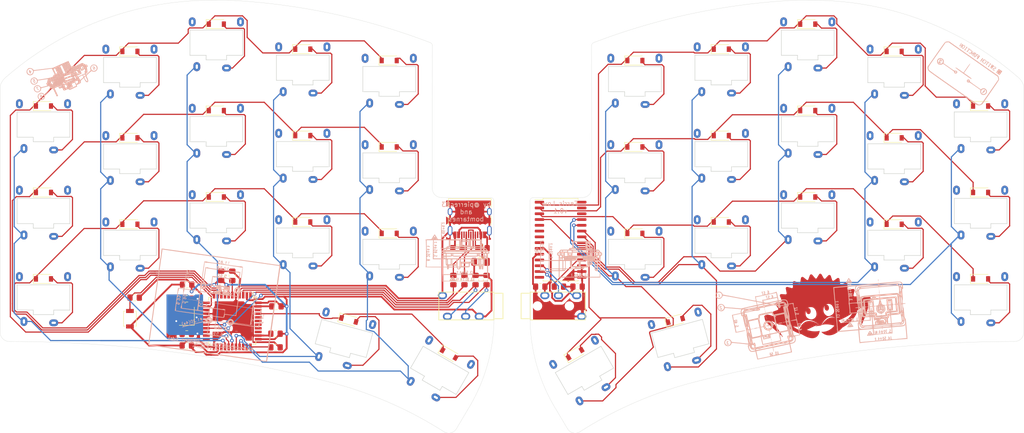
<source format=kicad_pcb>
(kicad_pcb (version 20221018) (generator pcbnew)
  (layers (0 "F.Cu" signal) (31 "B.Cu" signal) (34 "B.Paste" user) (35 "F.Paste" user) (36 "B.SilkS" user "B.Silkscreen") (37 "F.SilkS" user "F.Silkscreen") (38 "B.Mask" user) (39 "F.Mask" user) (44 "Edge.Cuts" user))
  (net 0 "")
  (net 1 "+5V")
  (net 2 "Net-(C1-Pad1)")
  (net 3 "VCC")
  (net 4 "Net-(C8-Pad1)")
  (net 5 "/col4")
  (net 6 "Net-(J1-PadA5)")
  (net 7 "Net-(J1-PadA7)")
  (net 8 "Net-(J1-PadA6)")
  (net 9 "Net-(J1-PadB5)")
  (net 10 "Net-(Jack0-PadR1)")
  (net 11 "Net-(Jack0-PadT)")
  (net 12 "Net-(Jack1-PadR1)")
  (net 13 "Net-(Jack1-PadT)")
  (net 14 "/col0")
  (net 15 "/col8")
  (net 16 "/col5")
  (net 17 "/col2")
  (net 18 "/col1")
  (net 19 "/col3")
  (net 20 "/col6")
  (net 21 "/col7")
  (net 22 "Net-(R1-Pad1)")
  (net 23 "Net-(R2-Pad2)")
  (net 24 "/col9")
  (net 25 "/row0,0")
  (net 26 "/row1,0")
  (net 27 "/row1,1")
  (net 28 "/row0,1")
  (net 29 "/row0,2")
  (net 30 "/row0,3")
  (net 31 "/row1,3")
  (net 32 "/row1,2")
  (net 33 "VDD")
  (net 34 "VSS")
  (net 35 "Net-(D0_0-Pad2)")
  (net 36 "Net-(D0_1-Pad2)")
  (net 37 "Net-(D0_2-Pad2)")
  (net 38 "Net-(D0_3-Pad2)")
  (net 39 "Net-(D0_5-Pad2)")
  (net 40 "Net-(D0_6-Pad2)")
  (net 41 "Net-(D0_7-Pad2)")
  (net 42 "Net-(D0_8-Pad2)")
  (net 43 "Net-(D0_9-Pad2)")
  (net 44 "Net-(D1_0-Pad2)")
  (net 45 "Net-(D1_1-Pad2)")
  (net 46 "Net-(D1_2-Pad2)")
  (net 47 "Net-(D1_3-Pad2)")
  (net 48 "Net-(D1_4-Pad2)")
  (net 49 "Net-(D1_5-Pad2)")
  (net 50 "Net-(D1_6-Pad2)")
  (net 51 "Net-(D1_7-Pad2)")
  (net 52 "Net-(D1_8-Pad2)")
  (net 53 "Net-(D1_9-Pad2)")
  (net 54 "Net-(D2_0-Pad2)")
  (net 55 "Net-(D2_1-Pad2)")
  (net 56 "Net-(D2_2-Pad2)")
  (net 57 "Net-(D2_3-Pad2)")
  (net 58 "Net-(D2_4-Pad2)")
  (net 59 "Net-(D2_5-Pad2)")
  (net 60 "Net-(D2_6-Pad2)")
  (net 61 "Net-(D2_7-Pad2)")
  (net 62 "Net-(D2_8-Pad2)")
  (net 63 "Net-(D2_9-Pad2)")
  (net 64 "Net-(D3_3-Pad2)")
  (net 65 "Net-(D3_4-Pad2)")
  (net 66 "Net-(D3_5-Pad2)")
  (net 67 "Net-(D3_6-Pad2)")
  (net 68 "Net-(D0_4-Pad2)")
  (net 69 "Net-(C2-Pad2)")
  (net 70 "/D-")
  (net 71 "/D+")
  (net 72 "Net-(R9-Pad1)")
  (net 73 "GND")
  (footprint "Diode_SMD:D_SOD-123" (layer "F.Cu") (at 210 24.75)
    (fp_text reference "D0_8" hide)
    (fp_text value "D" hide)
  )
  (footprint "Diode_SMD:D_SOD-123" (layer "F.Cu") (at 191 18.75)
    (fp_text reference "D0_7" hide)
    (fp_text value "D" hide)
  )
  (footprint "Diode_SMD:D_SOD-123" (layer "F.Cu") (at 172 24.25)
    (fp_text reference "D0_6" hide)
    (fp_text value "D" hide)
  )
  (footprint "Diode_SMD:D_SOD-123" (layer "F.Cu") (at 229 36.75)
    (fp_text reference "D0_9" hide)
    (fp_text value "D" hide)
  )
  (footprint "Diode_SMD:D_SOD-123" (layer "F.Cu") (at 153 26.75)
    (fp_text reference "D0_5" hide)
    (fp_text value "D" hide)
  )
  (footprint "Diode_SMD:D_SOD-123" (layer "F.Cu") (at 153 45.75)
    (fp_text reference "D1_5" hide)
    (fp_text value "D" hide)
  )
  (footprint "Diode_SMD:D_SOD-123" (layer "F.Cu") (at 172 43.25)
    (fp_text reference "D1_6" hide)
    (fp_text value "D" hide)
  )
  (footprint "Diode_SMD:D_SOD-123" (layer "F.Cu") (at 191 37.75)
    (fp_text reference "D1_7" hide)
    (fp_text value "D" hide)
  )
  (footprint "Diode_SMD:D_SOD-123" (layer "F.Cu") (at 210 43.75)
    (fp_text reference "D1_8" hide)
    (fp_text value "D" hide)
  )
  (footprint "Diode_SMD:D_SOD-123" (layer "F.Cu") (at 229 55.75)
    (fp_text reference "D1_9" hide)
    (fp_text value "D" hide)
  )
  (footprint "Diode_SMD:D_SOD-123" (layer "F.Cu") (at 172 62.25)
    (fp_text reference "D2_6" hide)
    (fp_text value "D" hide)
  )
  (footprint "Diode_SMD:D_SOD-123" (layer "F.Cu") (at 229 74.75)
    (fp_text reference "D2_9" hide)
    (fp_text value "D" hide)
  )
  (footprint "Diode_SMD:D_SOD-123" (layer "F.Cu") (at 210 62.75)
    (fp_text reference "D2_8" hide)
    (fp_text value "D" hide)
  )
  (footprint "Diode_SMD:D_SOD-123" (layer "F.Cu") (at 153 64.75)
    (fp_text reference "D2_5" hide)
    (fp_text value "D" hide)
  )
  (footprint "Diode_SMD:D_SOD-123" (layer "F.Cu") (at 191 56.75)
    (fp_text reference "D2_7" hide)
    (fp_text value "D" hide)
  )
  (footprint "Diode_SMD:D_SOD-123" (layer "F.Cu") (at 139.85 91.2 30)
    (fp_text reference "D3_5" hide)
    (fp_text value "D" hide)
  )
  (footprint "Diode_SMD:D_SOD-123" (layer "F.Cu") (at 161.9 83.86 15)
    (fp_text reference "D3_6" hide)
    (fp_text value "D" hide)
  )
  (footprint "kbd:TRRS-PJ-320A" (layer "F.Cu") (at 130 80.7 90)
    (fp_text reference "Jack1" hide)
    (fp_text value "TRRS" hide)
  )
  (footprint "switches:Choc_Mini_PG1232_MX_Spacing" (layer "F.Cu") (at 229 41)
    (fp_text reference "K0_9" hide)
    (fp_text value "KEYSW" hide)
    (fp_line (start -5.8 -2.95) (end 5.8 -2.95) (stroke (width 0.12)) (layer "Edge.Cuts"))
    (fp_line (start -5.8 2.6) (end -5.8 -2.95) (stroke (width 0.12)) (layer "Edge.Cuts"))
    (fp_line (start -2.25 2.6) (end -5.8 2.6) (stroke (width 0.12)) (layer "Edge.Cuts"))
    (fp_line (start -2.25 2.6) (end -2.25 3.6) (stroke (width 0.12)) (layer "Edge.Cuts"))
    (fp_line (start -2.25 3.6) (end 2.25 3.6) (stroke (width 0.12)) (layer "Edge.Cuts"))
    (fp_line (start 2.25 2.6) (end 5.8 2.6) (stroke (width 0.12)) (layer "Edge.Cuts"))
    (fp_line (start 2.25 3.6) (end 2.25 2.6) (stroke (width 0.12)) (layer "Edge.Cuts"))
    (fp_line (start 5.8 -2.95) (end 5.8 2.6) (stroke (width 0.12)) (layer "Edge.Cuts"))
  )
  (footprint "switches:Choc_Mini_PG1232_MX_Spacing" (layer "F.Cu") (at 210 29)
    (fp_text reference "K0_8" hide)
    (fp_text value "KEYSW" hide)
    (fp_line (start -5.8 -2.95) (end 5.8 -2.95) (stroke (width 0.12)) (layer "Edge.Cuts"))
    (fp_line (start -5.8 2.6) (end -5.8 -2.95) (stroke (width 0.12)) (layer "Edge.Cuts"))
    (fp_line (start -2.25 2.6) (end -5.8 2.6) (stroke (width 0.12)) (layer "Edge.Cuts"))
    (fp_line (start -2.25 2.6) (end -2.25 3.6) (stroke (width 0.12)) (layer "Edge.Cuts"))
    (fp_line (start -2.25 3.6) (end 2.25 3.6) (stroke (width 0.12)) (layer "Edge.Cuts"))
    (fp_line (start 2.25 2.6) (end 5.8 2.6) (stroke (width 0.12)) (layer "Edge.Cuts"))
    (fp_line (start 2.25 3.6) (end 2.25 2.6) (stroke (width 0.12)) (layer "Edge.Cuts"))
    (fp_line (start 5.8 -2.95) (end 5.8 2.6) (stroke (width 0.12)) (layer "Edge.Cuts"))
  )
  (footprint "switches:Choc_Mini_PG1232_MX_Spacing" (layer "F.Cu") (at 153 31)
    (fp_text reference "K0_5" hide)
    (fp_text value "KEYSW" hide)
    (fp_line (start -5.8 -2.95) (end 5.8 -2.95) (stroke (width 0.12)) (layer "Edge.Cuts"))
    (fp_line (start -5.8 2.6) (end -5.8 -2.95) (stroke (width 0.12)) (layer "Edge.Cuts"))
    (fp_line (start -2.25 2.6) (end -5.8 2.6) (stroke (width 0.12)) (layer "Edge.Cuts"))
    (fp_line (start -2.25 2.6) (end -2.25 3.6) (stroke (width 0.12)) (layer "Edge.Cuts"))
    (fp_line (start -2.25 3.6) (end 2.25 3.6) (stroke (width 0.12)) (layer "Edge.Cuts"))
    (fp_line (start 2.25 2.6) (end 5.8 2.6) (stroke (width 0.12)) (layer "Edge.Cuts"))
    (fp_line (start 2.25 3.6) (end 2.25 2.6) (stroke (width 0.12)) (layer "Edge.Cuts"))
    (fp_line (start 5.8 -2.95) (end 5.8 2.6) (stroke (width 0.12)) (layer "Edge.Cuts"))
  )
  (footprint "switches:Choc_Mini_PG1232_MX_Spacing" (layer "F.Cu") (at 172 28.5)
    (fp_text reference "K0_6" hide)
    (fp_text value "KEYSW" hide)
    (fp_line (start -5.8 -2.95) (end 5.8 -2.95) (stroke (width 0.12)) (layer "Edge.Cuts"))
    (fp_line (start -5.8 2.6) (end -5.8 -2.95) (stroke (width 0.12)) (layer "Edge.Cuts"))
    (fp_line (start -2.25 2.6) (end -5.8 2.6) (stroke (width 0.12)) (layer "Edge.Cuts"))
    (fp_line (start -2.25 2.6) (end -2.25 3.6) (stroke (width 0.12)) (layer "Edge.Cuts"))
    (fp_line (start -2.25 3.6) (end 2.25 3.6) (stroke (width 0.12)) (layer "Edge.Cuts"))
    (fp_line (start 2.25 2.6) (end 5.8 2.6) (stroke (width 0.12)) (layer "Edge.Cuts"))
    (fp_line (start 2.25 3.6) (end 2.25 2.6) (stroke (width 0.12)) (layer "Edge.Cuts"))
    (fp_line (start 5.8 -2.95) (end 5.8 2.6) (stroke (width 0.12)) (layer "Edge.Cuts"))
  )
  (footprint "switches:Choc_Mini_PG1232_MX_Spacing" (layer "F.Cu") (at 191 23)
    (fp_text reference "K0_7" hide)
    (fp_text value "KEYSW" hide)
    (fp_line (start -5.8 -2.95) (end 5.8 -2.95) (stroke (width 0.12)) (layer "Edge.Cuts"))
    (fp_line (start -5.8 2.6) (end -5.8 -2.95) (stroke (width 0.12)) (layer "Edge.Cuts"))
    (fp_line (start -2.25 2.6) (end -5.8 2.6) (stroke (width 0.12)) (layer "Edge.Cuts"))
    (fp_line (start -2.25 2.6) (end -2.25 3.6) (stroke (width 0.12)) (layer "Edge.Cuts"))
    (fp_line (start -2.25 3.6) (end 2.25 3.6) (stroke (width 0.12)) (layer "Edge.Cuts"))
    (fp_line (start 2.25 2.6) (end 5.8 2.6) (stroke (width 0.12)) (layer "Edge.Cuts"))
    (fp_line (start 2.25 3.6) (end 2.25 2.6) (stroke (width 0.12)) (layer "Edge.Cuts"))
    (fp_line (start 5.8 -2.95) (end 5.8 2.6) (stroke (width 0.12)) (layer "Edge.Cuts"))
  )
  (footprint "switches:Choc_Mini_PG1232_MX_Spacing" (layer "F.Cu") (at 229 60)
    (fp_text reference "K1_9" hide)
    (fp_text value "KEYSW" hide)
    (fp_line (start -5.8 -2.95) (end 5.8 -2.95) (stroke (width 0.12)) (layer "Edge.Cuts"))
    (fp_line (start -5.8 2.6) (end -5.8 -2.95) (stroke (width 0.12)) (layer "Edge.Cuts"))
    (fp_line (start -2.25 2.6) (end -5.8 2.6) (stroke (width 0.12)) (layer "Edge.Cuts"))
    (fp_line (start -2.25 2.6) (end -2.25 3.6) (stroke (width 0.12)) (layer "Edge.Cuts"))
    (fp_line (start -2.25 3.6) (end 2.25 3.6) (stroke (width 0.12)) (layer "Edge.Cuts"))
    (fp_line (start 2.25 2.6) (end 5.8 2.6) (stroke (width 0.12)) (layer "Edge.Cuts"))
    (fp_line (start 2.25 3.6) (end 2.25 2.6) (stroke (width 0.12)) (layer "Edge.Cuts"))
    (fp_line (start 5.8 -2.95) (end 5.8 2.6) (stroke (width 0.12)) (layer "Edge.Cuts"))
  )
  (footprint "switches:Choc_Mini_PG1232_MX_Spacing" (layer "F.Cu") (at 210 48)
    (fp_text reference "K1_8" hide)
    (fp_text value "KEYSW" hide)
    (fp_line (start -5.8 -2.95) (end 5.8 -2.95) (stroke (width 0.12)) (layer "Edge.Cuts"))
    (fp_line (start -5.8 2.6) (end -5.8 -2.95) (stroke (width 0.12)) (layer "Edge.Cuts"))
    (fp_line (start -2.25 2.6) (end -5.8 2.6) (stroke (width 0.12)) (layer "Edge.Cuts"))
    (fp_line (start -2.25 2.6) (end -2.25 3.6) (stroke (width 0.12)) (layer "Edge.Cuts"))
    (fp_line (start -2.25 3.6) (end 2.25 3.6) (stroke (width 0.12)) (layer "Edge.Cuts"))
    (fp_line (start 2.25 2.6) (end 5.8 2.6) (stroke (width 0.12)) (layer "Edge.Cuts"))
    (fp_line (start 2.25 3.6) (end 2.25 2.6) (stroke (width 0.12)) (layer "Edge.Cuts"))
    (fp_line (start 5.8 -2.95) (end 5.8 2.6) (stroke (width 0.12)) (layer "Edge.Cuts"))
  )
  (footprint "switches:Choc_Mini_PG1232_MX_Spacing" (layer "F.Cu") (at 191 42)
    (fp_text reference "K1_7" hide)
    (fp_text value "KEYSW" hide)
    (fp_line (start -5.8 -2.95) (end 5.8 -2.95) (stroke (width 0.12)) (layer "Edge.Cuts"))
    (fp_line (start -5.8 2.6) (end -5.8 -2.95) (stroke (width 0.12)) (layer "Edge.Cuts"))
    (fp_line (start -2.25 2.6) (end -5.8 2.6) (stroke (width 0.12)) (layer "Edge.Cuts"))
    (fp_line (start -2.25 2.6) (end -2.25 3.6) (stroke (width 0.12)) (layer "Edge.Cuts"))
    (fp_line (start -2.25 3.6) (end 2.25 3.6) (stroke (width 0.12)) (layer "Edge.Cuts"))
    (fp_line (start 2.25 2.6) (end 5.8 2.6) (stroke (width 0.12)) (layer "Edge.Cuts"))
    (fp_line (start 2.25 3.6) (end 2.25 2.6) (stroke (width 0.12)) (layer "Edge.Cuts"))
    (fp_line (start 5.8 -2.95) (end 5.8 2.6) (stroke (width 0.12)) (layer "Edge.Cuts"))
  )
  (footprint "switches:Choc_Mini_PG1232_MX_Spacing" (layer "F.Cu") (at 172 47.5)
    (fp_text reference "K1_6" hide)
    (fp_text value "KEYSW" hide)
    (fp_line (start -5.8 -2.95) (end 5.8 -2.95) (stroke (width 0.12)) (layer "Edge.Cuts"))
    (fp_line (start -5.8 2.6) (end -5.8 -2.95) (stroke (width 0.12)) (layer "Edge.Cuts"))
    (fp_line (start -2.25 2.6) (end -5.8 2.6) (stroke (width 0.12)) (layer "Edge.Cuts"))
    (fp_line (start -2.25 2.6) (end -2.25 3.6) (stroke (width 0.12)) (layer "Edge.Cuts"))
    (fp_line (start -2.25 3.6) (end 2.25 3.6) (stroke (width 0.12)) (layer "Edge.Cuts"))
    (fp_line (start 2.25 2.6) (end 5.8 2.6) (stroke (width 0.12)) (layer "Edge.Cuts"))
    (fp_line (start 2.25 3.6) (end 2.25 2.6) (stroke (width 0.12)) (layer "Edge.Cuts"))
    (fp_line (start 5.8 -2.95) (end 5.8 2.6) (stroke (width 0.12)) (layer "Edge.Cuts"))
  )
  (footprint "switches:Choc_Mini_PG1232_MX_Spacing" (layer "F.Cu") (at 153 50)
    (fp_text reference "K1_5" hide)
    (fp_text value "KEYSW" hide)
    (fp_line (start -5.8 -2.95) (end 5.8 -2.95) (stroke (width 0.12)) (layer "Edge.Cuts"))
    (fp_line (start -5.8 2.6) (end -5.8 -2.95) (stroke (width 0.12)) (layer "Edge.Cuts"))
    (fp_line (start -2.25 2.6) (end -5.8 2.6) (stroke (width 0.12)) (layer "Edge.Cuts"))
    (fp_line (start -2.25 2.6) (end -2.25 3.6) (stroke (width 0.12)) (layer "Edge.Cuts"))
    (fp_line (start -2.25 3.6) (end 2.25 3.6) (stroke (width 0.12)) (layer "Edge.Cuts"))
    (fp_line (start 2.25 2.6) (end 5.8 2.6) (stroke (width 0.12)) (layer "Edge.Cuts"))
    (fp_line (start 2.25 3.6) (end 2.25 2.6) (stroke (width 0.12)) (layer "Edge.Cuts"))
    (fp_line (start 5.8 -2.95) (end 5.8 2.6) (stroke (width 0.12)) (layer "Edge.Cuts"))
  )
  (footprint "switches:Choc_Mini_PG1232_MX_Spacing" (layer "F.Cu") (at 153 69)
    (fp_text reference "K2_5" hide)
    (fp_text value "KEYSW" hide)
    (fp_line (start -5.8 -2.95) (end 5.8 -2.95) (stroke (width 0.12)) (layer "Edge.Cuts"))
    (fp_line (start -5.8 2.6) (end -5.8 -2.95) (stroke (width 0.12)) (layer "Edge.Cuts"))
    (fp_line (start -2.25 2.6) (end -5.8 2.6) (stroke (width 0.12)) (layer "Edge.Cuts"))
    (fp_line (start -2.25 2.6) (end -2.25 3.6) (stroke (width 0.12)) (layer "Edge.Cuts"))
    (fp_line (start -2.25 3.6) (end 2.25 3.6) (stroke (width 0.12)) (layer "Edge.Cuts"))
    (fp_line (start 2.25 2.6) (end 5.8 2.6) (stroke (width 0.12)) (layer "Edge.Cuts"))
    (fp_line (start 2.25 3.6) (end 2.25 2.6) (stroke (width 0.12)) (layer "Edge.Cuts"))
    (fp_line (start 5.8 -2.95) (end 5.8 2.6) (stroke (width 0.12)) (layer "Edge.Cuts"))
  )
  (footprint "switches:Choc_Mini_PG1232_MX_Spacing" (layer "F.Cu") (at 172 66.5)
    (fp_text reference "K2_6" hide)
    (fp_text value "KEYSW" hide)
    (fp_line (start -5.8 -2.95) (end 5.8 -2.95) (stroke (width 0.12)) (layer "Edge.Cuts"))
    (fp_line (start -5.8 2.6) (end -5.8 -2.95) (stroke (width 0.12)) (layer "Edge.Cuts"))
    (fp_line (start -2.25 2.6) (end -5.8 2.6) (stroke (width 0.12)) (layer "Edge.Cuts"))
    (fp_line (start -2.25 2.6) (end -2.25 3.6) (stroke (width 0.12)) (layer "Edge.Cuts"))
    (fp_line (start -2.25 3.6) (end 2.25 3.6) (stroke (width 0.12)) (layer "Edge.Cuts"))
    (fp_line (start 2.25 2.6) (end 5.8 2.6) (stroke (width 0.12)) (layer "Edge.Cuts"))
    (fp_line (start 2.25 3.6) (end 2.25 2.6) (stroke (width 0.12)) (layer "Edge.Cuts"))
    (fp_line (start 5.8 -2.95) (end 5.8 2.6) (stroke (width 0.12)) (layer "Edge.Cuts"))
  )
  (footprint "switches:Choc_Mini_PG1232_MX_Spacing" (layer "F.Cu") (at 191 61)
    (fp_text reference "K2_7" hide)
    (fp_text value "KEYSW" hide)
    (fp_line (start -5.8 -2.95) (end 5.8 -2.95) (stroke (width 0.12)) (layer "Edge.Cuts"))
    (fp_line (start -5.8 2.6) (end -5.8 -2.95) (stroke (width 0.12)) (layer "Edge.Cuts"))
    (fp_line (start -2.25 2.6) (end -5.8 2.6) (stroke (width 0.12)) (layer "Edge.Cuts"))
    (fp_line (start -2.25 2.6) (end -2.25 3.6) (stroke (width 0.12)) (layer "Edge.Cuts"))
    (fp_line (start -2.25 3.6) (end 2.25 3.6) (stroke (width 0.12)) (layer "Edge.Cuts"))
    (fp_line (start 2.25 2.6) (end 5.8 2.6) (stroke (width 0.12)) (layer "Edge.Cuts"))
    (fp_line (start 2.25 3.6) (end 2.25 2.6) (stroke (width 0.12)) (layer "Edge.Cuts"))
    (fp_line (start 5.8 -2.95) (end 5.8 2.6) (stroke (width 0.12)) (layer "Edge.Cuts"))
  )
  (footprint "switches:Choc_Mini_PG1232_MX_Spacing" (layer "F.Cu") (at 210 67)
    (fp_text reference "K2_8" hide)
    (fp_text value "KEYSW" hide)
    (fp_line (start -5.8 -2.95) (end 5.8 -2.95) (stroke (width 0.12)) (layer "Edge.Cuts"))
    (fp_line (start -5.8 2.6) (end -5.8 -2.95) (stroke (width 0.12)) (layer "Edge.Cuts"))
    (fp_line (start -2.25 2.6) (end -5.8 2.6) (stroke (width 0.12)) (layer "Edge.Cuts"))
    (fp_line (start -2.25 2.6) (end -2.25 3.6) (stroke (width 0.12)) (layer "Edge.Cuts"))
    (fp_line (start -2.25 3.6) (end 2.25 3.6) (stroke (width 0.12)) (layer "Edge.Cuts"))
    (fp_line (start 2.25 2.6) (end 5.8 2.6) (stroke (width 0.12)) (layer "Edge.Cuts"))
    (fp_line (start 2.25 3.6) (end 2.25 2.6) (stroke (width 0.12)) (layer "Edge.Cuts"))
    (fp_line (start 5.8 -2.95) (end 5.8 2.6) (stroke (width 0.12)) (layer "Edge.Cuts"))
  )
  (footprint "switches:Choc_Mini_PG1232_MX_Spacing" (layer "F.Cu") (at 229 79)
    (fp_text reference "K2_9" hide)
    (fp_text value "KEYSW" hide)
    (fp_line (start -5.8 -2.95) (end 5.8 -2.95) (stroke (width 0.12)) (layer "Edge.Cuts"))
    (fp_line (start -5.8 2.6) (end -5.8 -2.95) (stroke (width 0.12)) (layer "Edge.Cuts"))
    (fp_line (start -2.25 2.6) (end -5.8 2.6) (stroke (width 0.12)) (layer "Edge.Cuts"))
    (fp_line (start -2.25 2.6) (end -2.25 3.6) (stroke (width 0.12)) (layer "Edge.Cuts"))
    (fp_line (start -2.25 3.6) (end 2.25 3.6) (stroke (width 0.12)) (layer "Edge.Cuts"))
    (fp_line (start 2.25 2.6) (end 5.8 2.6) (stroke (width 0.12)) (layer "Edge.Cuts"))
    (fp_line (start 2.25 3.6) (end 2.25 2.6) (stroke (width 0.12)) (layer "Edge.Cuts"))
    (fp_line (start 5.8 -2.95) (end 5.8 2.6) (stroke (width 0.12)) (layer "Edge.Cuts"))
  )
  (footprint "switches:Choc_Mini_PG1232_MX_Spacing" (layer "F.Cu") (at 163 88 15)
    (fp_text reference "K3_6" hide)
    (fp_text value "KEYSW" hide)
    (fp_line (start -5.8 -2.95) (end 5.8 -2.95) (stroke (width 0.12)) (layer "Edge.Cuts"))
    (fp_line (start -5.8 2.6) (end -5.8 -2.95) (stroke (width 0.12)) (layer "Edge.Cuts"))
    (fp_line (start -2.25 2.6) (end -5.8 2.6) (stroke (width 0.12)) (layer "Edge.Cuts"))
    (fp_line (start -2.25 2.6) (end -2.25 3.6) (stroke (width 0.12)) (layer "Edge.Cuts"))
    (fp_line (start -2.25 3.6) (end 2.25 3.6) (stroke (width 0.12)) (layer "Edge.Cuts"))
    (fp_line (start 2.25 2.6) (end 5.8 2.6) (stroke (width 0.12)) (layer "Edge.Cuts"))
    (fp_line (start 2.25 3.6) (end 2.25 2.6) (stroke (width 0.12)) (layer "Edge.Cuts"))
    (fp_line (start 5.8 -2.95) (end 5.8 2.6) (stroke (width 0.12)) (layer "Edge.Cuts"))
  )
  (footprint "switches:Choc_Mini_PG1232_MX_Spacing" (layer "F.Cu") (at 142 95 30)
    (fp_text reference "K3_5" hide)
    (fp_text value "KEYSW" hide)
    (fp_line (start -5.8 -2.95) (end 5.8 -2.95) (stroke (width 0.12)) (layer "Edge.Cuts"))
    (fp_line (start -5.8 2.6) (end -5.8 -2.95) (stroke (width 0.12)) (layer "Edge.Cuts"))
    (fp_line (start -2.25 2.6) (end -5.8 2.6) (stroke (width 0.12)) (layer "Edge.Cuts"))
    (fp_line (start -2.25 2.6) (end -2.25 3.6) (stroke (width 0.12)) (layer "Edge.Cuts"))
    (fp_line (start -2.25 3.6) (end 2.25 3.6) (stroke (width 0.12)) (layer "Edge.Cuts"))
    (fp_line (start 2.25 2.6) (end 5.8 2.6) (stroke (width 0.12)) (layer "Edge.Cuts"))
    (fp_line (start 2.25 3.6) (end 2.25 2.6) (stroke (width 0.12)) (layer "Edge.Cuts"))
    (fp_line (start 5.8 -2.95) (end 5.8 2.6) (stroke (width 0.12)) (layer "Edge.Cuts"))
  )
  (footprint "switches:Choc_Mini_PG1232_MX_Spacing" (layer "F.Cu") (at 23 41)
    (fp_text reference "K0_0" hide)
    (fp_text value "KEYSW" hide)
    (fp_line (start -5.8 -2.95) (end 5.8 -2.95) (stroke (width 0.12)) (layer "Edge.Cuts"))
    (fp_line (start -5.8 2.6) (end -5.8 -2.95) (stroke (width 0.12)) (layer "Edge.Cuts"))
    (fp_line (start -2.25 2.6) (end -5.8 2.6) (stroke (width 0.12)) (layer "Edge.Cuts"))
    (fp_line (start -2.25 2.6) (end -2.25 3.6) (stroke (width 0.12)) (layer "Edge.Cuts"))
    (fp_line (start -2.25 3.6) (end 2.25 3.6) (stroke (width 0.12)) (layer "Edge.Cuts"))
    (fp_line (start 2.25 2.6) (end 5.8 2.6) (stroke (width 0.12)) (layer "Edge.Cuts"))
    (fp_line (start 2.25 3.6) (end 2.25 2.6) (stroke (width 0.12)) (layer "Edge.Cuts"))
    (fp_line (start 5.8 -2.95) (end 5.8 2.6) (stroke (width 0.12)) (layer "Edge.Cuts"))
  )
  (footprint "Resistor_SMD:R_0805_2012Metric_Pad1.15x1.40mm_HandSolder" (layer "F.Cu") (at 119.5 68 180)
    (fp_text reference "R5" hide)
    (fp_text value "5.1K" hide)
  )
  (footprint "Diode_SMD:D_SOD-123" (layer "F.Cu") (at 42 62.75)
    (fp_text reference "D2_1" hide)
    (fp_text value "D" hide)
  )
  (footprint "switches:Choc_Mini_PG1232_MX_Spacing" (layer "F.Cu") (at 80 47.5)
    (fp_text reference "K1_3" hide)
    (fp_text value "KEYSW" hide)
    (fp_line (start -5.8 -2.95) (end 5.8 -2.95) (stroke (width 0.12)) (layer "Edge.Cuts"))
    (fp_line (start -5.8 2.6) (end -5.8 -2.95) (stroke (width 0.12)) (layer "Edge.Cuts"))
    (fp_line (start -2.25 2.6) (end -5.8 2.6) (stroke (width 0.12)) (layer "Edge.Cuts"))
    (fp_line (start -2.25 2.6) (end -2.25 3.6) (stroke (width 0.12)) (layer "Edge.Cuts"))
    (fp_line (start -2.25 3.6) (end 2.25 3.6) (stroke (width 0.12)) (layer "Edge.Cuts"))
    (fp_line (start 2.25 2.6) (end 5.8 2.6) (stroke (width 0.12)) (layer "Edge.Cuts"))
    (fp_line (start 2.25 3.6) (end 2.25 2.6) (stroke (width 0.12)) (layer "Edge.Cuts"))
    (fp_line (start 5.8 -2.95) (end 5.8 2.6) (stroke (width 0.12)) (layer "Edge.Cuts"))
  )
  (footprint "Diode_SMD:D_SOD-123" (layer "F.Cu") (at 23 55.75)
    (fp_text reference "D1_0" hide)
    (fp_text value "D" hide)
  )
  (footprint "Diode_SMD:D_SOD-123" (layer "F.Cu") (at 99 64.75)
    (fp_text reference "D2_4" hide)
    (fp_text value "D" hide)
  )
  (footprint "Diode_SMD:D_SOD-123" (layer "F.Cu") (at 23 74.75)
    (fp_text reference "D2_0" hide)
    (fp_text value "D" hide)
  )
  (footprint "Diode_SMD:D_SOD-123" (layer "F.Cu") (at 61 18.75)
    (fp_text reference "D0_2" hide)
    (fp_text value "D" hide)
  )
  (footprint "Connector_USB:USB_C_Receptacle_HRO_TYPE-C-31-M-12" (layer "F.Cu") (at 116.695 61.015 180)
    (fp_text reference "J1" hide)
    (fp_text value "USB C" hide)
  )
  (footprint "switches:Choc_Mini_PG1232_MX_Spacing" (layer "F.Cu") (at 42 29)
    (fp_text reference "K0_1" hide)
    (fp_text value "KEYSW" hide)
    (fp_line (start -5.8 -2.95) (end 5.8 -2.95) (stroke (width 0.12)) (layer "Edge.Cuts"))
    (fp_line (start -5.8 2.6) (end -5.8 -2.95) (stroke (width 0.12)) (layer "Edge.Cuts"))
    (fp_line (start -2.25 2.6) (end -5.8 2.6) (stroke (width 0.12)) (layer "Edge.Cuts"))
    (fp_line (start -2.25 2.6) (end -2.25 3.6) (stroke (width 0.12)) (layer "Edge.Cuts"))
    (fp_line (start -2.25 3.6) (end 2.25 3.6) (stroke (width 0.12)) (layer "Edge.Cuts"))
    (fp_line (start 2.25 2.6) (end 5.8 2.6) (stroke (width 0.12)) (layer "Edge.Cuts"))
    (fp_line (start 2.25 3.6) (end 2.25 2.6) (stroke (width 0.12)) (layer "Edge.Cuts"))
    (fp_line (start 5.8 -2.95) (end 5.8 2.6) (stroke (width 0.12)) (layer "Edge.Cuts"))
  )
  (footprint "switches:Choc_Mini_PG1232_MX_Spacing" (layer "F.Cu") (at 99 69)
    (fp_text reference "K2_4" hide)
    (fp_text value "KEYSW" hide)
    (fp_line (start -5.8 -2.95) (end 5.8 -2.95) (stroke (width 0.12)) (layer "Edge.Cuts"))
    (fp_line (start -5.8 2.6) (end -5.8 -2.95) (stroke (width 0.12)) (layer "Edge.Cuts"))
    (fp_line (start -2.25 2.6) (end -5.8 2.6) (stroke (width 0.12)) (layer "Edge.Cuts"))
    (fp_line (start -2.25 2.6) (end -2.25 3.6) (stroke (width 0.12)) (layer "Edge.Cuts"))
    (fp_line (start -2.25 3.6) (end 2.25 3.6) (stroke (width 0.12)) (layer "Edge.Cuts"))
    (fp_line (start 2.25 2.6) (end 5.8 2.6) (stroke (width 0.12)) (layer "Edge.Cuts"))
    (fp_line (start 2.25 3.6) (end 2.25 2.6) (stroke (width 0.12)) (layer "Edge.Cuts"))
    (fp_line (start 5.8 -2.95) (end 5.8 2.6) (stroke (width 0.12)) (layer "Edge.Cuts"))
  )
  (footprint "switches:Choc_Mini_PG1232_MX_Spacing" (layer "F.Cu") (at 80 28.5)
    (fp_text reference "K0_3" hide)
    (fp_text value "KEYSW" hide)
    (fp_line (start -5.8 -2.95) (end 5.8 -2.95) (stroke (width 0.12)) (layer "Edge.Cuts"))
    (fp_line (start -5.8 2.6) (end -5.8 -2.95) (stroke (width 0.12)) (layer "Edge.Cuts"))
    (fp_line (start -2.25 2.6) (end -5.8 2.6) (stroke (width 0.12)) (layer "Edge.Cuts"))
    (fp_line (start -2.25 2.6) (end -2.25 3.6) (stroke (width 0.12)) (layer "Edge.Cuts"))
    (fp_line (start -2.25 3.6) (end 2.25 3.6) (stroke (width 0.12)) (layer "Edge.Cuts"))
    (fp_line (start 2.25 2.6) (end 5.8 2.6) (stroke (width 0.12)) (layer "Edge.Cuts"))
    (fp_line (start 2.25 3.6) (end 2.25 2.6) (stroke (width 0.12)) (layer "Edge.Cuts"))
    (fp_line (start 5.8 -2.95) (end 5.8 2.6) (stroke (width 0.12)) (layer "Edge.Cuts"))
  )
  (footprint "Diode_SMD:D_SOD-123" (layer "F.Cu") (at 42 43.75)
    (fp_text reference "D1_1" hide)
    (fp_text value "D" hide)
  )
  (footprint "Diode_SMD:D_SOD-123" (layer "F.Cu") (at 80 24.25)
    (fp_text reference "D0_3" hide)
    (fp_text value "D" hide)
  )
  (footprint "Diode_SMD:D_SOD-123" (layer "F.Cu") (at 112.15 91.26 -30)
    (fp_text reference "D3_4" hide)
    (fp_text value "D" hide)
  )
  (footprint "switches:Choc_Mini_PG1232_MX_Spacing" (layer "F.Cu") (at 23 79)
    (fp_text reference "K2_0" hide)
    (fp_text value "KEYSW" hide)
    (fp_line (start -5.8 -2.95) (end 5.8 -2.95) (stroke (width 0.12)) (layer "Edge.Cuts"))
    (fp_line (start -5.8 2.6) (end -5.8 -2.95) (stroke (width 0.12)) (layer "Edge.Cuts"))
    (fp_line (start -2.25 2.6) (end -5.8 2.6) (stroke (width 0.12)) (layer "Edge.Cuts"))
    (fp_line (start -2.25 2.6) (end -2.25 3.6) (stroke (width 0.12)) (layer "Edge.Cuts"))
    (fp_line (start -2.25 3.6) (end 2.25 3.6) (stroke (width 0.12)) (layer "Edge.Cuts"))
    (fp_line (start 2.25 2.6) (end 5.8 2.6) (stroke (width 0.12)) (layer "Edge.Cuts"))
    (fp_line (start 2.25 3.6) (end 2.25 2.6) (stroke (width 0.12)) (layer "Edge.Cuts"))
    (fp_line (start 5.8 -2.95) (end 5.8 2.6) (stroke (width 0.12)) (layer "Edge.Cuts"))
  )
  (footprint "Diode_SMD:D_SOD-123" (layer "F.Cu") (at 61 56.75)
    (fp_text reference "D2_2" hide)
    (fp_text value "D" hide)
  )
  (footprint "switches:Choc_Mini_PG1232_MX_Spacing" (layer "F.Cu") (at 80 66.5)
    (fp_text reference "K2_3" hide)
    (fp_text value "KEYSW" hide)
    (fp_line (start -5.8 -2.95) (end 5.8 -2.95) (stroke (width 0.12)) (layer "Edge.Cuts"))
    (fp_line (start -5.8 2.6) (end -5.8 -2.95) (stroke (width 0.12)) (layer "Edge.Cuts"))
    (fp_line (start -2.25 2.6) (end -5.8 2.6) (stroke (width 0.12)) (layer "Edge.Cuts"))
    (fp_line (start -2.25 2.6) (end -2.25 3.6) (stroke (width 0.12)) (layer "Edge.Cuts"))
    (fp_line (start -2.25 3.6) (end 2.25 3.6) (stroke (width 0.12)) (layer "Edge.Cuts"))
    (fp_line (start 2.25 2.6) (end 5.8 2.6) (stroke (width 0.12)) (layer "Edge.Cuts"))
    (fp_line (start 2.25 3.6) (end 2.25 2.6) (stroke (width 0.12)) (layer "Edge.Cuts"))
    (fp_line (start 5.8 -2.95) (end 5.8 2.6) (stroke (width 0.12)) (layer "Edge.Cuts"))
  )
  (footprint "Diode_SMD:D_SOD-123" (layer "F.Cu") (at 90.1 83.78 -15)
    (fp_text reference "D3_3" hide)
    (fp_text value "D" hide)
  )
  (footprint "Diode_SMD:D_SOD-123" (layer "F.Cu") (at 80 43.25)
    (fp_text reference "D1_3" hide)
    (fp_text value "D" hide)
  )
  (footprint "Diode_SMD:D_SOD-123" (layer "F.Cu") (at 61 37.75)
    (fp_text reference "D1_2" hide)
    (fp_text value "D" hide)
  )
  (footprint "Resistor_SMD:R_0805_2012Metric_Pad1.15x1.40mm_HandSolder" (layer "F.Cu") (at 114 68)
    (fp_text reference "R6" hide)
    (fp_text value "5.1K" hide)
  )
  (footprint "Diode_SMD:D_SOD-123" (layer "F.Cu") (at 23 36.75)
    (fp_text reference "D0_0" hide)
    (fp_text value "D" hide)
  )
  (footprint "switches:Choc_Mini_PG1232_MX_Spacing" (layer "F.Cu") (at 99 31)
    (fp_text reference "K0_4" hide)
    (fp_text value "KEYSW" hide)
    (fp_line (start -5.8 -2.95) (end 5.8 -2.95) (stroke (width 0.12)) (layer "Edge.Cuts"))
    (fp_line (start -5.8 2.6) (end -5.8 -2.95) (stroke (width 0.12)) (layer "Edge.Cuts"))
    (fp_line (start -2.25 2.6) (end -5.8 2.6) (stroke (width 0.12)) (layer "Edge.Cuts"))
    (fp_line (start -2.25 2.6) (end -2.25 3.6) (stroke (width 0.12)) (layer "Edge.Cuts"))
    (fp_line (start -2.25 3.6) (end 2.25 3.6) (stroke (width 0.12)) (layer "Edge.Cuts"))
    (fp_line (start 2.25 2.6) (end 5.8 2.6) (stroke (width 0.12)) (layer "Edge.Cuts"))
    (fp_line (start 2.25 3.6) (end 2.25 2.6) (stroke (width 0.12)) (layer "Edge.Cuts"))
    (fp_line (start 5.8 -2.95) (end 5.8 2.6) (stroke (width 0.12)) (layer "Edge.Cuts"))
  )
  (footprint "switches:Choc_Mini_PG1232_MX_Spacing" (layer "F.Cu") (at 23 60)
    (fp_text reference "K1_0" hide)
    (fp_text value "KEYSW" hide)
    (fp_line (start -5.8 -2.95) (end 5.8 -2.95) (stroke (width 0.12)) (layer "Edge.Cuts"))
    (fp_line (start -5.8 2.6) (end -5.8 -2.95) (stroke (width 0.12)) (layer "Edge.Cuts"))
    (fp_line (start -2.25 2.6) (end -5.8 2.6) (stroke (width 0.12)) (layer "Edge.Cuts"))
    (fp_line (start -2.25 2.6) (end -2.25 3.6) (stroke (width 0.12)) (layer "Edge.Cuts"))
    (fp_line (start -2.25 3.6) (end 2.25 3.6) (stroke (width 0.12)) (layer "Edge.Cuts"))
    (fp_line (start 2.25 2.6) (end 5.8 2.6) (stroke (width 0.12)) (layer "Edge.Cuts"))
    (fp_line (start 2.25 3.6) (end 2.25 2.6) (stroke (width 0.12)) (layer "Edge.Cuts"))
    (fp_line (start 5.8 -2.95) (end 5.8 2.6) (stroke (width 0.12)) (layer "Edge.Cuts"))
  )
  (footprint "switches:Choc_Mini_PG1232_MX_Spacing" (layer "F.Cu") (at 61 23)
    (fp_text reference "K0_2" hide)
    (fp_text value "KEYSW" hide)
    (fp_line (start -5.8 -2.95) (end 5.8 -2.95) (stroke (width 0.12)) (layer "Edge.Cuts"))
    (fp_line (start -5.8 2.6) (end -5.8 -2.95) (stroke (width 0.12)) (layer "Edge.Cuts"))
    (fp_line (start -2.25 2.6) (end -5.8 2.6) (stroke (width 0.12)) (layer "Edge.Cuts"))
    (fp_line (start -2.25 2.6) (end -2.25 3.6) (stroke (width 0.12)) (layer "Edge.Cuts"))
    (fp_line (start -2.25 3.6) (end 2.25 3.6) (stroke (width 0.12)) (layer "Edge.Cuts"))
    (fp_line (start 2.25 2.6) (end 5.8 2.6) (stroke (width 0.12)) (layer "Edge.Cuts"))
    (fp_line (start 2.25 3.6) (end 2.25 2.6) (stroke (width 0.12)) (layer "Edge.Cuts"))
    (fp_line (start 5.8 -2.95) (end 5.8 2.6) (stroke (width 0.12)) (layer "Edge.Cuts"))
  )
  (footprint "Diode_SMD:D_SOD-123" (layer "F.Cu") (at 99 45.75)
    (fp_text reference "D1_4" hide)
    (fp_text value "D" hide)
  )
  (footprint "Diode_SMD:D_SOD-123" (layer "F.Cu") (at 99 26.75)
    (fp_text reference "D0_4" hide)
    (fp_text value "D" hide)
  )
  (footprint "Diode_SMD:D_SOD-123" (layer "F.Cu") (at 42 24.75)
    (fp_text reference "D0_1" hide)
    (fp_text value "D" hide)
  )
  (footprint "switches:Choc_Mini_PG1232_MX_Spacing" (layer "F.Cu") (at 110 95 -30)
    (fp_text reference "K3_4" hide)
    (fp_text value "KEYSW" hide)
    (fp_line (start -5.8 -2.95) (end 5.8 -2.95) (stroke (width 0.12)) (layer "Edge.Cuts"))
    (fp_line (start -5.8 2.6) (end -5.8 -2.95) (stroke (width 0.12)) (layer "Edge.Cuts"))
    (fp_line (start -2.25 2.6) (end -5.8 2.6) (stroke (width 0.12)) (layer "Edge.Cuts"))
    (fp_line (start -2.25 2.6) (end -2.25 3.6) (stroke (width 0.12)) (layer "Edge.Cuts"))
    (fp_line (start -2.25 3.6) (end 2.25 3.6) (stroke (width 0.12)) (layer "Edge.Cuts"))
    (fp_line (start 2.25 2.6) (end 5.8 2.6) (stroke (width 0.12)) (layer "Edge.Cuts"))
    (fp_line (start 2.25 3.6) (end 2.25 2.6) (stroke (width 0.12)) (layer "Edge.Cuts"))
    (fp_line (start 5.8 -2.95) (end 5.8 2.6) (stroke (width 0.12)) (layer "Edge.Cuts"))
  )
  (footprint "switches:Choc_Mini_PG1232_MX_Spacing" (layer "F.Cu") (at 42 48)
    (fp_text reference "K1_1" hide)
    (fp_text value "KEYSW" hide)
    (fp_line (start -5.8 -2.95) (end 5.8 -2.95) (stroke (width 0.12)) (layer "Edge.Cuts"))
    (fp_line (start -5.8 2.6) (end -5.8 -2.95) (stroke (width 0.12)) (layer "Edge.Cuts"))
    (fp_line (start -2.25 2.6) (end -5.8 2.6) (stroke (width 0.12)) (layer "Edge.Cuts"))
    (fp_line (start -2.25 2.6) (end -2.25 3.6) (stroke (width 0.12)) (layer "Edge.Cuts"))
    (fp_line (start -2.25 3.6) (end 2.25 3.6) (stroke (width 0.12)) (layer "Edge.Cuts"))
    (fp_line (start 2.25 2.6) (end 5.8 2.6) (stroke (width 0.12)) (layer "Edge.Cuts"))
    (fp_line (start 2.25 3.6) (end 2.25 2.6) (stroke (width 0.12)) (layer "Edge.Cuts"))
    (fp_line (start 5.8 -2.95) (end 5.8 2.6) (stroke (width 0.12)) (layer "Edge.Cuts"))
  )
  (footprint "Resistor_SMD:R_0805_2012Metric_Pad1.15x1.40mm_HandSolder" (layer "F.Cu") (at 117.97 75 90)
    (fp_text reference "R7" hide)
    (fp_text value "4.7k" hide)
  )
  (footprint "switches:Choc_Mini_PG1232_MX_Spacing" (layer "F.Cu") (at 61 42)
    (fp_text reference "K1_2" hide)
    (fp_text value "KEYSW" hide)
    (fp_line (start -5.8 -2.95) (end 5.8 -2.95) (stroke (width 0.12)) (layer "Edge.Cuts"))
    (fp_line (start -5.8 2.6) (end -5.8 -2.95) (stroke (width 0.12)) (layer "Edge.Cuts"))
    (fp_line (start -2.25 2.6) (end -5.8 2.6) (stroke (width 0.12)) (layer "Edge.Cuts"))
    (fp_line (start -2.25 2.6) (end -2.25 3.6) (stroke (width 0.12)) (layer "Edge.Cuts"))
    (fp_line (start -2.25 3.6) (end 2.25 3.6) (stroke (width 0.12)) (layer "Edge.Cuts"))
    (fp_line (start 2.25 2.6) (end 5.8 2.6) (stroke (width 0.12)) (layer "Edge.Cuts"))
    (fp_line (start 2.25 3.6) (end 2.25 2.6) (stroke (width 0.12)) (layer "Edge.Cuts"))
    (fp_line (start 5.8 -2.95) (end 5.8 2.6) (stroke (width 0.12)) (layer "Edge.Cuts"))
  )
  (footprint "Diode_SMD:D_SOD-123" (layer "F.Cu") (at 80 62.25)
    (fp_text reference "D2_3" hide)
    (fp_text value "D" hide)
  )
  (footprint "switches:Choc_Mini_PG1232_MX_Spacing" (layer "F.Cu") (at 42 67)
    (fp_text reference "K2_1" hide)
    (fp_text value "KEYSW" hide)
    (fp_line (start -5.8 -2.95) (end 5.8 -2.95) (stroke (width 0.12)) (layer "Edge.Cuts"))
    (fp_line (start -5.8 2.6) (end -5.8 -2.95) (stroke (width 0.12)) (layer "Edge.Cuts"))
    (fp_line (start -2.25 2.6) (end -5.8 2.6) (stroke (width 0.12)) (layer "Edge.Cuts"))
    (fp_line (start -2.25 2.6) (end -2.25 3.6) (stroke (width 0.12)) (layer "Edge.Cuts"))
    (fp_line (start -2.25 3.6) (end 2.25 3.6) (stroke (width 0.12)) (layer "Edge.Cuts"))
    (fp_line (start 2.25 2.6) (end 5.8 2.6) (stroke (width 0.12)) (layer "Edge.Cuts"))
    (fp_line (start 2.25 3.6) (end 2.25 2.6) (stroke (width 0.12)) (layer "Edge.Cuts"))
    (fp_line (start 5.8 -2.95) (end 5.8 2.6) (stroke (width 0.12)) (layer "Edge.Cuts"))
  )
  (footprint "switches:Choc_Mini_PG1232_MX_Spacing" (layer "F.Cu") (at 99 50)
    (fp_text reference "K1_4" hide)
    (fp_text value "KEYSW" hide)
    (fp_line (start -5.8 -2.95) (end 5.8 -2.95) (stroke (width 0.12)) (layer "Edge.Cuts"))
    (fp_line (start -5.8 2.6) (end -5.8 -2.95) (stroke (width 0.12)) (layer "Edge.Cuts"))
    (fp_line (start -2.25 2.6) (end -5.8 2.6) (stroke (width 0.12)) (layer "Edge.Cuts"))
    (fp_line (start -2.25 2.6) (end -2.25 3.6) (stroke (width 0.12)) (layer "Edge.Cuts"))
    (fp_line (start -2.25 3.6) (end 2.25 3.6) (stroke (width 0.12)) (layer "Edge.Cuts"))
    (fp_line (start 2.25 2.6) (end 5.8 2.6) (stroke (width 0.12)) (layer "Edge.Cuts"))
    (fp_line (start 2.25 3.6) (end 2.25 2.6) (stroke (width 0.12)) (layer "Edge.Cuts"))
    (fp_line (start 5.8 -2.95) (end 5.8 2.6) (stroke (width 0.12)) (layer "Edge.Cuts"))
  )
  (footprint "kbd:TRRS-PJ-320A" (layer "F.Cu") (at 122 80.7 -90)
    (fp_text reference "Jack0" hide)
    (fp_text value "TRRS" hide)
  )
  (footprint "Capacitor_SMD:C_0805_2012Metric_Pad1.15x1.40mm_HandSolder" (layer "F.Cu") (at 132.2 76.45)
    (fp_text reference "C10" hide)
    (fp_text value "0.1u" hide)
  )
  (footprint "Capacitor_SMD:C_0805_2012Metric_Pad1.15x1.40mm_HandSolder" (layer "F.Cu") (at 140.4 76.45 180)
    (fp_text reference "C9" hide)
    (fp_text value "0.1u" hide)
  )
  (footprint "Package_SO:SOIC-28W_7.5x17.9mm_P1.27mm" (layer "F.Cu") (at 136.67 66.14)
    (fp_text reference "U2" hide)
    (fp_text value "MCP23017_SO" hide)
  )
  (footprint "Resistor_SMD:R_0805_2012Metric_Pad1.15x1.40mm_HandSolder" (layer "F.Cu") (at 136.3 76.45)
    (fp_text reference "R9" hide)
    (fp_text value "10k" hide)
  )
  (footprint "switches:Choc_Mini_PG1232_MX_Spacing" (layer "F.Cu") (at 89 88 -15)
    (fp_text reference "K3_3" hide)
    (fp_text value "KEYSW" hide)
    (fp_line (start -5.8 -2.95) (end 5.8 -2.95) (stroke (width 0.12)) (layer "Edge.Cuts"))
    (fp_line (start -5.8 2.6) (end -5.8 -2.95) (stroke (width 0.12)) (layer "Edge.Cuts"))
    (fp_line (start -2.25 2.6) (end -5.8 2.6) (stroke (width 0.12)) (layer "Edge.Cuts"))
    (fp_line (start -2.25 2.6) (end -2.25 3.6) (stroke (width 0.12)) (layer "Edge.Cuts"))
    (fp_line (start -2.25 3.6) (end 2.25 3.6) (stroke (width 0.12)) (layer "Edge.Cuts"))
    (fp_line (start 2.25 2.6) (end 5.8 2.6) (stroke (width 0.12)) (layer "Edge.Cuts"))
    (fp_line (start 2.25 3.6) (end 2.25 2.6) (stroke (width 0.12)) (layer "Edge.Cuts"))
    (fp_line (start 5.8 -2.95) (end 5.8 2.6) (stroke (width 0.12)) (layer "Edge.Cuts"))
  )
  (footprint "Capacitor_SMD:C_0805_2012Metric_Pad1.15x1.40mm_HandSolder" (layer "F.Cu") (at 54.5 86.84 180)
    (fp_text reference "C1" hide)
    (fp_text value "22p" hide)
  )
  (footprint "Capacitor_SMD:C_0805_2012Metric_Pad1.15x1.40mm_HandSolder" (layer "F.Cu") (at 62.05 74.07 90)
    (fp_text reference "C4" hide)
    (fp_text value "0.1u" hide)
  )
  (footprint "Capacitor_SMD:C_0805_2012Metric_Pad1.15x1.40mm_HandSolder" (layer "F.Cu") (at 54.57 76 180)
    (fp_text reference "C5" hide)
    (fp_text value "0.1u" hide)
  )
  (footprint "Capacitor_SMD:C_0805_2012Metric_Pad1.15x1.40mm_HandSolder" (layer "F.Cu") (at 74 86.8 180)
    (fp_text reference "C6" hide)
    (fp_text value "0.1u" hide)
  )
  (footprint "Capacitor_SMD:C_0805_2012Metric_Pad1.15x1.40mm_HandSolder" (layer "F.Cu") (at 74.21 80.78 180)
    (fp_text reference "C7" hide)
    (fp_text value "4.7u" hide)
  )
  (footprint "Capacitor_SMD:C_0805_2012Metric_Pad1.15x1.40mm_HandSolder" (layer "F.Cu") (at 64.5 74.07 90)
    (fp_text reference "C8" hide)
    (fp_text value "1u" hide)
  )
  (footprint "Resistor_SMD:R_0805_2012Metric_Pad1.15x1.40mm_HandSolder" (layer "F.Cu") (at 43.035 78.86)
    (fp_text reference "R1" hide)
    (fp_text value "10k" hide)
  )
  (footprint "switches:Choc_Mini_PG1232_MX_Spacing" (layer "F.Cu") (at 61 61)
    (fp_text reference "K2_2" hide)
    (fp_text value "KEYSW" hide)
    (fp_line (start -5.8 -2.95) (end 5.8 -2.95) (stroke (width 0.12)) (layer "Edge.Cuts"))
    (fp_line (start -5.8 2.6) (end -5.8 -2.95) (stroke (width 0.12)) (layer "Edge.Cuts"))
    (fp_line (start -2.25 2.6) (end -5.8 2.6) (stroke (width 0.12)) (layer "Edge.Cuts"))
    (fp_line (start -2.25 2.6) (end -2.25 3.6) (stroke (width 0.12)) (layer "Edge.Cuts"))
    (fp_line (start -2.25 3.6) (end 2.25 3.6) (stroke (width 0.12)) (layer "Edge.Cuts"))
    (fp_line (start 2.25 2.6) (end 5.8 2.6) (stroke (width 0.12)) (layer "Edge.Cuts"))
    (fp_line (start 2.25 3.6) (end 2.25 2.6) (stroke (width 0.12)) (layer "Edge.Cuts"))
    (fp_line (start 5.8 -2.95) (end 5.8 2.6) (stroke (width 0.12)) (layer "Edge.Cuts"))
  )
  (footprint "Crystal:Crystal_SMD_3225-4Pin_3.2x2.5mm" (layer "F.Cu") (at 54.5 82.95 90)
    (fp_text reference "Y1" hide)
    (fp_text value "Crystal" hide)
  )
  (footprint "Package_QFP:TQFP-44_10x10mm_P0.8mm" (layer "F.Cu") (at 64.5 84 -90)
    (fp_text reference "U1" hide)
    (fp_text value "ATmega32U4-AU" hide)
  )
  (footprint "Resistor_SMD:R_0805_2012Metric_Pad1.15x1.40mm_HandSolder" (layer "F.Cu") (at 74 89.8 180)
    (fp_text reference "R2" hide)
    (fp_text value "10k" hide)
  )
  (footprint "Capacitor_SMD:C_0805_2012Metric_Pad1.15x1.40mm_HandSolder" (layer "F.Cu") (at 54.5 79.12 180)
    (fp_text reference "C2" hide)
    (fp_text value "22p" hide)
  )
  (footprint "Fuse:Fuse_1206_3216Metric" (layer "F.Cu") (at 119.08 71)
    (fp_text reference "F1" hide)
    (fp_text value "500mA" hide)
  )
  (footprint "Capacitor_SMD:C_0805_2012Metric_Pad1.15x1.40mm_HandSolder" (layer "F.Cu") (at 54.5 89.39 180)
    (fp_text reference "C3" hide)
    (fp_text value "0.1u" hide)
  )
  (footprint "Resistor_SMD:R_0805_2012Metric_Pad1.15x1.40mm_HandSolder" (layer "F.Cu") (at 115.53 75 90)
    (fp_text reference "R3" hide)
    (fp_text value "22" hide)
  )
  (footprint "Resistor_SMD:R_0805_2012Metric_Pad1.15x1.40mm_HandSolder" (layer "F.Cu") (at 113.1 75 90)
    (fp_text reference "R4" hide)
    (fp_text value "22" hide)
  )
  (footprint "Resistor_SMD:R_0805_2012Metric_Pad1.15x1.40mm_HandSolder" (layer "F.Cu") (at 120.4 75 -90)
    (fp_text reference "R8" hide)
    (fp_text value "4.7k" hide)
  )
  (footprint "Button_Switch_SMD:SW_SPST_B3U-1000P" (layer "F.Cu") (at 42 83.5 90)
    (fp_text reference "SW1" hide)
    (fp_text value "SW_PUSH" hide)
  )
  (footprint "copper_pads:ferris_low" (layer "F.Cu") (at 193.33 80.35 10)
    (fp_text reference "G***" hide)
    (fp_text value "LOGO" hide)
  )
  (footprint "silkscreens:pg1232_right" (layer "B.Cu") (at 140.78 70.49 180)
    (fp_text reference "REF**" hide)
    (fp_text value "silk_pg1232_right" hide)
  )
  (footprint "silkscreens:pg1232_schematic" (layer "B.Cu") (at 225.23 29.52 145)
    (fp_text reference "REF**" hide)
    (fp_text value "silk_pg1232_schematic" hide)
  )
  (footprint "silkscreens:pg1232_side" (layer "B.Cu") (at 27.88 30.25 -155)
    (fp_text reference "REF**" hide)
    (fp_text value "silk_pg1232_side" hide)
  )
  (footprint "silkscreens:pg1232_footprint" (layer "B.Cu") (at 61.3 80.28 172)
    (fp_text reference "REF**" hide)
    (fp_text value "silk_pg1232_footprint" hide)
  )
  (footprint "silkscreens:pg1232_top" (layer "B.Cu") (at 206.97 80.87 -175)
    (fp_text reference "REF**" hide)
    (fp_text value "silk_pg2132_top" hide)
  )
  (footprint "silkscreens:pg1232_bottom" (layer "B.Cu") (at 182.29 85.11 -168)
    (fp_text reference "REF**" hide)
    (fp_text value "silk_pg1232_bottom" hide)
  )
  (footprint "silkscreens:pg1232_left" (layer "B.Cu") (at 115.65 69.81 180)
    (fp_text reference "REF**" hide)
    (fp_text value "silk_pg1232_left" hide)
  )
  (gr_arc (start 237.035 30.255) (mid 237.905259 31.151147) (end 238.462141 32.26932) (stroke (width 0.05)) (layer "Edge.Cuts"))
  (gr_arc (start 143.899755 22.82447) (mid 165.624356 16.417453) (end 188.084773 13.495504) (stroke (width 0.05)) (layer "Edge.Cuts"))
  (gr_line (start 236.16 88.506571) (end 236.434998 88.505917) (stroke (width 0.05)) (layer "Edge.Cuts"))
  (gr_arc (start 140.95 108.33) (mid 153.106778 101.873207) (end 166.130293 97.416137) (stroke (width 0.05)) (layer "Edge.Cuts"))
  (gr_arc (start 166.129829 97.41433) (mid 200.865007 90.759903) (end 236.16 88.506571) (stroke (width 0.05)) (layer "Edge.Cuts"))
  (gr_arc (start 238.469999 86.574999) (mid 237.847467 87.956717) (end 236.434998 88.505917) (stroke (width 0.05)) (layer "Edge.Cuts"))
  (gr_arc (start 140.95 108.33) (mid 139.459005 108.60098) (end 138.218 107.731265) (stroke (width 0.05)) (layer "Edge.Cuts"))
  (gr_arc (start 143.465 23.505) (mid 143.582966 23.101226) (end 143.899755 22.82447) (stroke (width 0.05)) (layer "Edge.Cuts"))
  (gr_arc (start 129.94 57.615) (mid 130.15967 57.08467) (end 130.69 56.865) (stroke (width 0.05)) (layer "Edge.Cuts"))
  (gr_line (start 141.45 56.86) (end 130.69 56.865) (stroke (width 0.05)) (layer "Edge.Cuts"))
  (gr_line (start 238.462141 32.26932) (end 238.469999 86.574999) (stroke (width 0.05)) (layer "Edge.Cuts"))
  (gr_line (start 188.084876 13.497561) (end 192.06 13.5) (stroke (width 0.05)) (layer "Edge.Cuts"))
  (gr_arc (start 192.06 13.5) (mid 216.056865 17.825316) (end 237.033389 30.256861) (stroke (width 0.05)) (layer "Edge.Cuts"))
  (gr_line (start 135.725228 103.529919) (end 138.218 107.731265) (stroke (width 0.05)) (layer "Edge.Cuts"))
  (gr_arc (start 143.485001 54.929082) (mid 142.862469 56.3108) (end 141.45 56.86) (stroke (width 0.05)) (layer "Edge.Cuts"))
  (gr_arc (start 135.725228 103.529919) (mid 131.43851 93.793587) (end 129.95 83.26) (stroke (width 0.05)) (layer "Edge.Cuts"))
  (gr_line (start 129.94 57.615) (end 129.95 83.26) (stroke (width 0.05)) (layer "Edge.Cuts"))
  (gr_line (start 143.485001 54.929082) (end 143.465 23.505) (stroke (width 0.05)) (layer "Edge.Cuts"))
  (gr_arc (start 15.525002 88.505917) (mid 14.112534 87.956716) (end 13.490001 86.574999) (stroke (width 0.05)) (layer "Edge.Cuts"))
  (gr_arc (start 122.02 84.59) (mid 120.363265 94.395214) (end 116.274461 103.459907) (stroke (width 0.05)) (layer "Edge.Cuts"))
  (gr_line (start 122.02 57.615) (end 122.02 84.59) (stroke (width 0.05)) (layer "Edge.Cuts"))
  (gr_line (start 116.274461 103.459907) (end 113.742 107.731265) (stroke (width 0.05)) (layer "Edge.Cuts"))
  (gr_arc (start 108.060245 22.82447) (mid 108.377034 23.101226) (end 108.495 23.505) (stroke (width 0.05)) (layer "Edge.Cuts"))
  (gr_arc (start 113.742 107.731265) (mid 112.500995 108.60098) (end 111.01 108.33) (stroke (width 0.05)) (layer "Edge.Cuts"))
  (gr_arc (start 63.875227 13.495504) (mid 86.335644 16.417453) (end 108.060245 22.82447) (stroke (width 0.05)) (layer "Edge.Cuts"))
  (gr_arc (start 13.497859 32.26932) (mid 14.054742 31.151147) (end 14.925 30.255) (stroke (width 0.05)) (layer "Edge.Cuts"))
  (gr_line (start 110.51 56.86) (end 121.27 56.865) (stroke (width 0.05)) (layer "Edge.Cuts"))
  (gr_arc (start 121.27 56.865) (mid 121.80033 57.08467) (end 122.02 57.615) (stroke (width 0.05)) (layer "Edge.Cuts"))
  (gr_arc (start 110.51 56.86) (mid 109.097532 56.310799) (end 108.474999 54.929082) (stroke (width 0.05)) (layer "Edge.Cuts"))
  (gr_line (start 108.474999 54.929082) (end 108.495 23.505) (stroke (width 0.05)) (layer "Edge.Cuts"))
  (gr_line (start 63.875124 13.497561) (end 59.9 13.5) (stroke (width 0.05)) (layer "Edge.Cuts"))
  (gr_line (start 13.497859 32.26932) (end 13.490001 86.574999) (stroke (width 0.05)) (layer "Edge.Cuts"))
  (gr_arc (start 85.829707 97.416137) (mid 98.853222 101.873207) (end 111.01 108.33) (stroke (width 0.05)) (layer "Edge.Cuts"))
  (gr_line (start 15.8 88.506571) (end 15.525002 88.505917) (stroke (width 0.05)) (layer "Edge.Cuts"))
  (gr_arc (start 14.926611 30.256861) (mid 35.903135 17.825316) (end 59.9 13.5) (stroke (width 0.05)) (layer "Edge.Cuts"))
  (gr_arc (start 15.8 88.506571) (mid 51.094993 90.759903) (end 85.830171 97.41433) (stroke (width 0.05)) (layer "Edge.Cuts"))
  (gr_text "by @pierrec83\nand\nbomtarnes" (at 115.91 60) (layer "B.SilkS") (effects (font (size 1 1)) (justify mirror)))
  (gr_text "Ferris Low\nv0.1\n" (at 136.61 59) (layer "B.SilkS") (effects (font (size 1 1)) (justify mirror)))
  (segment (start 54.50449 74.90949) (end 48.01051 74.90949) (width 0.381) (layer "F.Cu") (net 1))
  (segment (start 74.14449 79.68949) (end 75.235 80.78) (width 0.381) (layer "F.Cu") (net 1))
  (segment (start 67.912599 79.440501) (end 67.7 79.227902) (width 0.381) (layer "F.Cu") (net 1))
  (segment (start 72.59469 79.68949) (end 74.14449 79.68949) (width 0.381) (layer "F.Cu") (net 1))
  (segment (start 55.595 76) (end 54.50449 74.90949) (width 0.381) (layer "F.Cu") (net 1))
  (segment (start 55.56 76.035) (end 55.595 76) (width 0.381) (layer "F.Cu") (net 1))
  (segment (start 70.2 80) (end 72.28418 80) (width 0.381) (layer "F.Cu") (net 1))
  (segment (start 48.01051 74.90949) (end 44.06 78.86) (width 0.381) (layer "F.Cu") (net 1))
  (segment (start 72.28418 80) (end 72.59469 79.68949) (width 0.381) (layer "F.Cu") (net 1))
  (segment (start 69.333392 79.19451) (end 69.087401 79.440501) (width 0.381) (layer "F.Cu") (net 1))
  (segment (start 69.087401 79.440501) (end 67.912599 79.440501) (width 0.381) (layer "F.Cu") (net 1))
  (segment (start 76.45 80.78) (end 76.46 80.79) (width 0.381) (layer "F.Cu") (net 1))
  (segment (start 75.235 80.78) (end 76.45 80.78) (width 0.381) (layer "F.Cu") (net 1))
  (segment (start 67.72 78.32) (end 67.7 78.3) (width 0.381) (layer "F.Cu") (net 1))
  (segment (start 67.7 79.227902) (end 67.7 78.3) (width 0.381) (layer "F.Cu") (net 1))
  (segment (start 61.945 75.2) (end 62.05 75.095) (width 0.381) (layer "F.Cu") (net 1))
  (segment (start 55.56 77.52) (end 55.56 76.035) (width 0.381) (layer "F.Cu") (net 1))
  (segment (start 63.71 78.29) (end 63.7 78.3) (width 0.381) (layer "F.Cu") (net 1))
  (segment (start 58.8 81.6) (end 57.669 81.6) (width 0.381) (layer "F.Cu") (net 1))
  (segment (start 75.61531 90.89051) (end 76.46 90.04582) (width 0.381) (layer "F.Cu") (net 1))
  (segment (start 61.86949 90.89051) (end 75.61531 90.89051) (width 0.381) (layer "F.Cu") (net 1))
  (segment (start 57.659499 81.590499) (end 57.659499 78.064499) (width 0.381) (layer "F.Cu") (net 1))
  (segment (start 57.659499 78.064499) (end 55.595 76) (width 0.381) (layer "F.Cu") (net 1))
  (segment (start 70.2 88) (end 73.825 88) (width 0.381) (layer "F.Cu") (net 1))
  (segment (start 58.811599 91.429836) (end 58.80261 91.428452) (width 0.381) (layer "F.Cu") (net 1))
  (segment (start 118.8 83) (end 120.181 83) (width 0.381) (layer "F.Cu") (net 1))
  (segment (start 56.185 89.39) (end 56.61 89.39) (width 0.381) (layer "F.Cu") (net 1))
  (segment (start 62.05 75.095) (end 62.115 75.095) (width 0.381) (layer "F.Cu") (net 1))
  (segment (start 120.181 83) (end 121.49051 81.69049) (width 0.381) (layer "F.Cu") (net 1))
  (segment (start 73.825 88) (end 75.025 86.8) (width 0.381) (layer "F.Cu") (net 1))
  (segment (start 55.525 89.39) (end 55.525 89.885) (width 0.381) (layer "F.Cu") (net 1))
  (segment (start 71.163673 79.19451) (end 71.709655 78.648528) (width 0.381) (layer "F.Cu") (net 1))
  (segment (start 117.97 73.975) (end 120.4 73.975) (width 0.381) (layer "F.Cu") (net 1))
  (segment (start 61.3 90.627902) (end 61.087401 90.840501) (width 0.381) (layer "F.Cu") (net 1))
  (segment (start 61.330164 91.429836) (end 61.86949 90.89051) (width 0.381) (layer "F.Cu") (net 1))
  (segment (start 75.025 86.8) (end 76.44 86.8) (width 0.381) (layer "F.Cu") (net 1))
  (segment (start 63.7 76.55) (end 63.7 78.3) (width 0.381) (layer "F.Cu") (net 1))
  (segment (start 75.828528 78.648528) (end 71.709655 78.648528) (width 0.381) (layer "F.Cu") (net 1))
  (segment (start 121.49051 81.69049) (end 121.49051 75.06551) (width 0.381) (layer "F.Cu") (net 1))
  (segment (start 61.3 89.7) (end 61.3 90.627902) (width 0.381) (layer "F.Cu") (net 1))
  (segment (start 59.050501 90.840501) (end 57.6 89.39) (width 0.381) (layer "F.Cu") (net 1))
  (segment (start 62.05 75.095) (end 62.245 75.095) (width 0.381) (layer "F.Cu") (net 1))
  (segment (start 117.68 71) (end 117.68 73.685) (width 0.381) (layer "F.Cu") (net 1))
  (segment (start 69.333392 79.19451) (end 71.163673 79.19451) (width 0.381) (layer "F.Cu") (net 1))
  (segment (start 76.44 86.8) (end 76.46 86.82) (width 0.381) (layer "F.Cu") (net 1))
  (segment (start 75.828528 78.648528) (end 97.276968 78.648528) (width 0.381) (layer "F.Cu") (net 1))
  (segment (start 117.41 81.61) (end 118.8 83) (width 0.381) (layer "F.Cu") (net 1))
  (segment (start 76.46 90.04582) (end 76.46 86.82) (width 0.381) (layer "F.Cu") (net 1))
  (segment (start 121.49051 78.206875) (end 121.49051 75.43469) (width 0.381) (layer "F.Cu") (net 1))
  (segment (start 76.46 80.79) (end 76.46 79.28) (width 0.381) (layer "F.Cu") (net 1))
  (segment (start 76.46 79.28) (end 75.828528 78.648528) (width 0.381) (layer "F.Cu") (net 1))
  (segment (start 55.525 89.885) (end 56.477921 90.837921) (width 0.381) (layer "F.Cu") (net 1))
  (segment (start 59.920164 91.429836) (end 61.330164 91.429836) (width 0.381) (layer "F.Cu") (net 1))
  (segment (start 62.245 75.095) (end 63.18 76.03) (width 0.381) (layer "F.Cu") (net 1))
  (segment (start 62.05 75.095) (end 62.539203 75.095) (width 0.381) (layer "F.Cu") (net 1))
  (segment (start 63.18 76.03) (end 63.7 76.55) (width 0.381) (layer "F.Cu") (net 1))
  (segment (start 57.6 89.39) (end 56.61 89.39) (width 0.381) (layer "F.Cu") (net 1))
  (segment (start 58.212079 90.837921) (end 56.477921 90.837921) (width 0.381) (layer "F.Cu") (net 1))
  (segment (start 57.669 81.6) (end 57.659499 81.590499) (width 0.381) (layer "F.Cu") (net 1))
  (segment (start 59.920164 91.429836) (end 58.811599 91.429836) (width 0.381) (layer "F.Cu") (net 1))
  (segment (start 62.05 75.095) (end 61.447957 75.095) (width 0.381) (layer "F.Cu") (net 1))
  (segment (start 61.447957 75.095) (end 60.51 76.032957) (width 0.381) (layer "F.Cu") (net 1))
  (segment (start 121.49051 75.06551) (end 120.4 73.975) (width 0.381) (layer "F.Cu") (net 1))
  (segment (start 58.80261 91.428452) (end 58.212079 90.837921) (width 0.381) (layer "F.Cu") (net 1))
  (segment (start 61.087401 90.840501) (end 59.050501 90.840501) (width 0.381) (layer "F.Cu") (net 1))
  (segment (start 100.118939 81.490501) (end 117.290501 81.490501) (width 0.381) (layer "F.Cu") (net 1))
  (segment (start 117.68 73.685) (end 117.97 73.975) (width 0.381) (layer "F.Cu") (net 1))
  (segment (start 97.276968 78.648528) (end 100.118939 81.490501) (width 0.381) (layer "F.Cu") (net 1))
  (segment (start 117.290501 81.490501) (end 117.41 81.61) (width 0.381) (layer "F.Cu") (net 1))
  (segment (start 76.46 86.82) (end 76.46 90.01582) (width 0.381) (layer "F.Cu") (net 1))
  (segment (start 55.525 89.39) (end 56.61 89.39) (width 0.381) (layer "F.Cu") (net 1))
  (segment (start 59.689836 91.429836) (end 59.920164 91.429836) (width 0.381) (layer "F.Cu") (net 1))
  (via (at 76.46 80.79) (size 0.8) (drill 0.4) (layers "F.Cu" "B.Cu") (net 1))
  (via (at 63.18 76.03) (size 0.8) (drill 0.4) (layers "F.Cu" "B.Cu") (net 1))
  (via (at 60.51 76.032957) (size 0.8) (drill 0.4) (layers "F.Cu" "B.Cu") (net 1))
  (via (at 76.46 86.82) (size 0.8) (drill 0.4) (layers "F.Cu" "B.Cu") (net 1))
  (via (at 55.56 77.52) (size 0.8) (drill 0.4) (layers "F.Cu" "B.Cu") (net 1))
  (segment (start 63.18 76.03) (end 71.7 76.03) (width 0.381) (layer "B.Cu") (net 1))
  (segment (start 71.7 76.03) (end 76.46 80.79) (width 0.381) (layer "B.Cu") (net 1))
  (segment (start 76.46 80.79) (end 76.46 86.82) (width 0.381) (layer "B.Cu") (net 1))
  (segment (start 57.047043 76.032957) (end 55.56 77.52) (width 0.381) (layer "B.Cu") (net 1))
  (segment (start 60.51 76.032957) (end 57.047043 76.032957) (width 0.381) (layer "B.Cu") (net 1))
  (segment (start 63.260674 76.110674) (end 63.18 76.03) (width 0.381) (layer "B.Cu") (net 1))
  (segment (start 55.49 77.59) (end 55.56 77.52) (width 0.381) (layer "B.Cu") (net 1))
  (segment (start 55.34 86.525) (end 55.655 86.84) (width 0.254) (layer "F.Cu") (net 2))
  (segment (start 58.8 84) (end 55.9 84) (width 0.254) (layer "F.Cu") (net 2))
  (segment (start 55.525 84.225) (end 55.35 84.05) (width 0.254) (layer "F.Cu") (net 2))
  (segment (start 55.525 86.84) (end 55.525 84.225) (width 0.254) (layer "F.Cu") (net 2))
  (segment (start 55.4 84) (end 55.35 84.05) (width 0.254) (layer "F.Cu") (net 2))
  (segment (start 119.145 65.06) (end 119.145 65.515) (width 0.381) (layer "F.Cu") (net 3))
  (segment (start 118.985501 64.022599) (end 118.985501 64.900501) (width 0.381) (layer "F.Cu") (net 3))
  (segment (start 114.245 65.06) (end 114.404499 64.900501) (width 0.381) (layer "F.Cu") (net 3))
  (segment (start 119.145 65.06) (end 119.145 66.98918) (width 0.381) (layer "F.Cu") (net 3))
  (segment (start 119.19051 65.10551) (end 119.145 65.06) (width 0.381) (layer "F.Cu") (net 3))
  (segment (start 114.404499 64.022599) (end 114.936609 63.490489) (width 0.381) (layer "F.Cu") (net 3))
  (segment (start 119.44051 67.28469) (end 119.44051 69.96051) (width 0.381) (layer "F.Cu") (net 3))
  (segment (start 114.404499 64.022599) (end 114.482599 63.944499) (width 0.381) (layer "F.Cu") (net 3))
  (segment (start 118.985501 64.900501) (end 119.145 65.06) (width 0.381) (layer "F.Cu") (net 3))
  (segment (start 114.404499 64.900501) (end 114.404499 64.022599) (width 0.381) (layer "F.Cu") (net 3))
  (segment (start 119.145 66.98918) (end 119.44051 67.28469) (width 0.381) (layer "F.Cu") (net 3))
  (segment (start 114.936609 63.490489) (end 118.453391 63.490489) (width 0.381) (layer "F.Cu") (net 3))
  (segment (start 119.44051 69.96051) (end 120.48 71) (width 0.381) (layer "F.Cu") (net 3))
  (segment (start 119.145 65.515) (end 119.19051 65.56051) (width 0.381) (layer "F.Cu") (net 3))
  (segment (start 118.453391 63.490489) (end 118.985501 64.022599) (width 0.381) (layer "F.Cu") (net 3))
  (segment (start 64.5 75.095) (end 64.5 78.3) (width 0.254) (layer "F.Cu") (net 4))
  (segment (start 66.1 88.66303) (end 66.416908 88.346122) (width 0.254) (layer "F.Cu") (net 5))
  (segment (start 66.1 89.7) (end 66.1 88.66303) (width 0.254) (layer "F.Cu") (net 5))
  (via (at 66.416908 88.346122) (size 0.8) (drill 0.4) (layers "F.Cu" "B.Cu") (net 5))
  (segment (start 103.726091 97.26673) (end 103.177054 96.717693) (width 0.254) (layer "B.Cu") (net 5))
  (segment (start 92.572999 37.947001) (end 92.572999 53.252999) (width 0.254) (layer "B.Cu") (net 5))
  (segment (start 94.209936 83.690064) (end 94.209936 74.590064) (width 0.254) (layer "B.Cu") (net 5))
  (segment (start 83.391358 95) (end 101.459361 95) (width 0.254) (layer "B.Cu") (net 5))
  (segment (start 66.416908 88.346122) (end 71.125107 93.054321) (width 0.254) (layer "B.Cu") (net 5))
  (segment (start 71.125107 93.054321) (end 81.445679 93.054321) (width 0.254) (layer "B.Cu") (net 5))
  (segment (start 95.620892 86.319336) (end 93.964953 85.875628) (width 0.254) (layer "B.Cu") (net 5))
  (segment (start 94.7 73.647314) (end 94.7 74.1) (width 0.254) (layer "B.Cu") (net 5))
  (segment (start 103.177054 96.717693) (end 103.177054 93.875498) (width 0.254) (layer "B.Cu") (net 5))
  (segment (start 81.445679 93.054321) (end 83.391358 95) (width 0.254) (layer "B.Cu") (net 5))
  (segment (start 92.572999 71.520313) (end 94.7 73.647314) (width 0.254) (layer "B.Cu") (net 5))
  (segment (start 92.572999 56.947001) (end 92.572999 71.520313) (width 0.254) (layer "B.Cu") (net 5))
  (segment (start 93.964953 85.875628) (end 93.964953 83.935047) (width 0.254) (layer "B.Cu") (net 5))
  (segment (start 93.964953 83.935047) (end 94.209936 83.690064) (width 0.254) (layer "B.Cu") (net 5))
  (segment (start 92.572999 53.252999) (end 94.42 55.1) (width 0.254) (layer "B.Cu") (net 5))
  (segment (start 94.42 55.1) (end 92.572999 56.947001) (width 0.254) (layer "B.Cu") (net 5))
  (segment (start 94.209936 74.590064) (end 94.7 74.1) (width 0.254) (layer "B.Cu") (net 5))
  (segment (start 94.42 36.1) (end 92.572999 37.947001) (width 0.254) (layer "B.Cu") (net 5))
  (segment (start 103.177054 93.875498) (end 95.620892 86.319336) (width 0.254) (layer "B.Cu") (net 5))
  (segment (start 101.459361 95) (end 103.726091 97.26673) (width 0.254) (layer "B.Cu") (net 5))
  (segment (start 117.945 65.06) (end 117.945 67.47) (width 0.254) (layer "F.Cu") (net 6))
  (segment (start 117.945 65.06) (end 117.945 65.225) (width 0.254) (layer "F.Cu") (net 6))
  (segment (start 117.945 67.47) (end 118.475 68) (width 0.254) (layer "F.Cu") (net 6))
  (segment (start 117.945 65.225) (end 117.967999 65.247999) (width 0.254) (layer "F.Cu") (net 6))
  (segment (start 116.445 64.081) (end 116.518001 64.007999) (width 0.254) (layer "F.Cu") (net 7))
  (segment (start 117.445 65.06) (end 117.445 67.813085) (width 0.254) (layer "F.Cu") (net 7))
  (segment (start 116.518001 64.007999) (end 117.402599 64.007999) (width 0.254) (layer "F.Cu") (net 7))
  (segment (start 117.402599 64.007999) (end 117.445 64.0504) (width 0.254) (layer "F.Cu") (net 7))
  (segment (start 117.445 67.813085) (end 115.53 69.728085) (width 0.254) (layer "F.Cu") (net 7))
  (segment (start 116.445 65.06) (end 116.445 64.081) (width 0.254) (layer "F.Cu") (net 7))
  (segment (start 117.445 64.0504) (end 117.445 65.06) (width 0.254) (layer "F.Cu") (net 7))
  (segment (start 115.53 69.728085) (end 115.53 73.975) (width 0.254) (layer "F.Cu") (net 7))
  (segment (start 115.945 65.06) (end 115.945 68.671019) (width 0.254) (layer "F.Cu") (net 8))
  (segment (start 116.856601 66.112001) (end 116.945 66.023602) (width 0.254) (layer "F.Cu") (net 8))
  (segment (start 116.033399 66.112001) (end 116.172001 66.112001) (width 0.254) (layer "F.Cu") (net 8))
  (segment (start 116.172001 66.112001) (end 116.856601 66.112001) (width 0.254) (layer "F.Cu") (net 8))
  (segment (start 115.945 68.671019) (end 113.1 71.516019) (width 0.254) (layer "F.Cu") (net 8))
  (segment (start 115.945 66.023602) (end 115.945 65.06) (width 0.254) (layer "F.Cu") (net 8))
  (segment (start 115.945 66.023602) (end 116.033399 66.112001) (width 0.254) (layer "F.Cu") (net 8))
  (segment (start 115.945 65.06) (end 115.945 68.671018) (width 0.254) (layer "F.Cu") (net 8))
  (segment (start 113.1 71.516019) (end 113.1 73.975) (width 0.254) (layer "F.Cu") (net 8))
  (segment (start 116.945 65.06) (end 116.945 66.023602) (width 0.254) (layer "F.Cu") (net 8))
  (segment (start 116.172001 66.112001) (end 116.17701 66.11701) (width 0.254) (layer "F.Cu") (net 8))
  (segment (start 114.945 67.92) (end 115.025 68) (width 0.254) (layer "F.Cu") (net 9))
  (segment (start 114.945 65.06) (end 114.945 67.92) (width 0.254) (layer "F.Cu") (net 9))
  (segment (start 114.945 65.915) (end 114.945 65.06) (width 0.254) (layer "F.Cu") (net 9))
  (segment (start 115.275 68) (end 114.945 67.67) (width 0.254) (layer "F.Cu") (net 9))
  (segment (start 120.4 76.025) (end 120.4 77.21) (width 0.254) (layer "F.Cu") (net 10))
  (segment (start 112.974033 80.084033) (end 112.985967 80.084033) (width 0.254) (layer "F.Cu") (net 10))
  (segment (start 70.784232 78.265768) (end 70.918982 78.131018) (width 0.254) (layer "F.Cu") (net 10))
  (segment (start 100.300308 80.94) (end 112.118067 80.94) (width 0.254) (layer "F.Cu") (net 10))
  (segment (start 70.918982 78.131018) (end 97.49133 78.131018) (width 0.254) (layer "F.Cu") (net 10))
  (segment (start 112.118067 80.94) (end 112.974033 80.084033) (width 0.254) (layer "F.Cu") (net 10))
  (segment (start 70.784232 78.404009) (end 70.784232 78.265768) (width 0.254) (layer "F.Cu") (net 10))
  (segment (start 116.505 79.92) (end 117.6925 78.7325) (width 0.254) (layer "F.Cu") (net 10))
  (segment (start 97.49133 78.131018) (end 98.44 79.079688) (width 0.254) (layer "F.Cu") (net 10))
  (segment (start 63.59 85.6) (end 63.6 85.59) (width 0.254) (layer "F.Cu") (net 10))
  (segment (start 58.8 85.6) (end 63.59 85.6) (width 0.254) (layer "F.Cu") (net 10))
  (segment (start 120.250962 76.025) (end 120.4 76.025) (width 0.254) (layer "F.Cu") (net 10))
  (segment (start 112.985967 80.084033) (end 113.15 79.92) (width 0.254) (layer "F.Cu") (net 10))
  (segment (start 98.44 79.079688) (end 98.44 79.079692) (width 0.254) (layer "F.Cu") (net 10))
  (segment (start 98.44 79.079692) (end 100.300308 80.94) (width 0.254) (layer "F.Cu") (net 10))
  (segment (start 117.6925 78.7325) (end 120.4 76.025) (width 0.254) (layer "F.Cu") (net 10))
  (segment (start 120.4 77.21) (end 120.38 77.23) (width 0.254) (layer "F.Cu") (net 10))
  (segment (start 113.15 79.92) (end 116.505 79.92) (width 0.254) (layer "F.Cu") (net 10))
  (via (at 70.784232 78.404009) (size 0.8) (drill 0.4) (layers "F.Cu" "B.Cu") (net 10))
  (via (at 63.6 85.59) (size 0.8) (drill 0.4) (layers "F.Cu" "B.Cu") (net 10))
  (via (at 120.38 77.23) (size 0.8) (drill 0.4) (layers "F.Cu" "B.Cu") (net 10))
  (segment (start 115.8 81.81) (end 115.8 83) (width 0.254) (layer "B.Cu") (net 10))
  (segment (start 63.6 85.59) (end 70.784232 78.405768) (width 0.254) (layer "B.Cu") (net 10))
  (segment (start 120.38 77.23) (end 115.8 81.81) (width 0.254) (layer "B.Cu") (net 10))
  (segment (start 70.784232 78.405768) (end 70.784232 78.404009) (width 0.254) (layer "B.Cu") (net 10))
  (segment (start 69.375002 78.05) (end 69.375002 78.024998) (width 0.254) (layer "F.Cu") (net 11))
  (segment (start 62.77 84.8) (end 62.784833 84.814833) (width 0.254) (layer "F.Cu") (net 11))
  (segment (start 69.747994 77.677008) (end 97.679386 77.677008) (width 0.254) (layer "F.Cu") (net 11))
  (segment (start 112.95001 79.46599) (end 114.52901 79.46599) (width 0.254) (layer "F.Cu") (net 11))
  (segment (start 114.52901 79.46599) (end 115.3025 78.6925) (width 0.254) (layer "F.Cu") (net 11))
  (segment (start 111.980972 80.435029) (end 112.583 79.833) (width 0.254) (layer "F.Cu") (net 11))
  (segment (start 69.375002 78.05) (end 69.747994 77.677008) (width 0.254) (layer "F.Cu") (net 11))
  (segment (start 114.87599 79.11901) (end 115.3025 78.6925) (width 0.254) (layer "F.Cu") (net 11))
  (segment (start 112.583 79.833) (end 112.95001 79.46599) (width 0.254) (layer "F.Cu") (net 11))
  (segment (start 100.437406 80.43503) (end 111.980972 80.435029) (width 0.254) (layer "F.Cu") (net 11))
  (segment (start 117.97 76.025) (end 117.97 77.23) (width 0.254) (layer "F.Cu") (net 11))
  (segment (start 115.3025 78.6925) (end 117.97 76.025) (width 0.254) (layer "F.Cu") (net 11))
  (segment (start 97.679386 77.677008) (end 100.437406 80.43503) (width 0.254) (layer "F.Cu") (net 11))
  (segment (start 58.8 84.8) (end 62.77 84.8) (width 0.254) (layer "F.Cu") (net 11))
  (via (at 69.375002 78.05) (size 0.8) (drill 0.4) (layers "F.Cu" "B.Cu") (net 11))
  (via (at 62.784833 84.814833) (size 0.8) (drill 0.4) (layers "F.Cu" "B.Cu") (net 11))
  (via (at 117.97 77.23) (size 0.8) (drill 0.4) (layers "F.Cu" "B.Cu") (net 11))
  (segment (start 69.375002 78.05) (end 62.784833 84.640169) (width 0.254) (layer "B.Cu") (net 11))
  (segment (start 62.784833 84.640169) (end 62.784833 84.814833) (width 0.254) (layer "B.Cu") (net 11))
  (segment (start 112.2 83) (end 111.8 83) (width 0.254) (layer "B.Cu") (net 11))
  (segment (start 117.97 77.23) (end 112.2 83) (width 0.254) (layer "B.Cu") (net 11))
  (segment (start 132.02 73.125) (end 133.015 73.125) (width 0.254) (layer "F.Cu") (net 12))
  (segment (start 133.015 73.125) (end 133.69 73.8) (width 0.254) (layer "F.Cu") (net 12))
  (via (at 133.69 73.8) (size 0.8) (drill 0.4) (layers "F.Cu" "B.Cu") (net 12))
  (segment (start 136.2 76.31) (end 136.2 78.4) (width 0.254) (layer "B.Cu") (net 12))
  (segment (start 133.69 73.8) (end 136.2 76.31) (width 0.254) (layer "B.Cu") (net 12))
  (segment (start 132.02 71.855) (end 132.775 71.855) (width 0.254) (layer "F.Cu") (net 13))
  (segment (start 132.775 71.855) (end 133.72 72.8) (width 0.254) (layer "F.Cu") (net 13))
  (via (at 133.72 72.8) (size 0.8) (drill 0.4) (layers "F.Cu" "B.Cu") (net 13))
  (segment (start 133.72 72.8) (end 139.32 78.4) (width 0.254) (layer "B.Cu") (net 13))
  (segment (start 139.32 78.4) (end 140.2 78.4) (width 0.254) (layer "B.Cu") (net 13))
  (segment (start 62.9 88.78) (end 62.42 88.3) (width 0.254) (layer "F.Cu") (net 14))
  (segment (start 62.9 89.7) (end 62.9 88.78) (width 0.254) (layer "F.Cu") (net 14))
  (via (at 62.42 88.3) (size 0.8) (drill 0.4) (layers "F.Cu" "B.Cu") (net 14))
  (segment (start 18.42 84.1) (end 16.572999 82.252999) (width 0.254) (layer "B.Cu") (net 14))
  (segment (start 16.572999 63.252999) (end 16.572999 47.947001) (width 0.254) (layer "B.Cu") (net 14))
  (segment (start 16.572999 47.947001) (end 18.42 46.1) (width 0.254) (layer "B.Cu") (net 14))
  (segment (start 16.572999 66.947001) (end 18.42 65.1) (width 0.254) (layer "B.Cu") (net 14))
  (segment (start 24.571818 88.3) (end 20.371818 84.1) (width 0.254) (layer "B.Cu") (net 14))
  (segment (start 62.42 88.3) (end 35.53 88.3) (width 0.254) (layer "B.Cu") (net 14))
  (segment (start 62.42 88.3) (end 24.571818 88.3) (width 0.254) (layer "B.Cu") (net 14))
  (segment (start 20.371818 84.1) (end 18.42 84.1) (width 0.254) (layer "B.Cu") (net 14))
  (segment (start 18.42 65.1) (end 16.572999 63.252999) (width 0.254) (layer "B.Cu") (net 14))
  (segment (start 16.572999 82.252999) (end 16.572999 66.947001) (width 0.254) (layer "B.Cu") (net 14))
  (segment (start 141.32 62.965) (end 139.595 62.965) (width 0.254) (layer "F.Cu") (net 15))
  (segment (start 139.595 62.965) (end 139.59 62.97) (width 0.254) (layer "F.Cu") (net 15))
  (via (at 139.59 62.97) (size 0.8) (drill 0.4) (layers "F.Cu" "B.Cu") (net 15))
  (segment (start 203.572999 54.947001) (end 205.42 53.1) (width 0.254) (layer "B.Cu") (net 15))
  (segment (start 203.572999 51.252999) (end 203.572999 35.947001) (width 0.254) (layer "B.Cu") (net 15))
  (segment (start 139.59 62.97) (end 139.59 66.937962) (width 0.254) (layer "B.Cu") (net 15))
  (segment (start 201.992999 75.527001) (end 205.42 72.1) (width 0.254) (layer "B.Cu") (net 15))
  (segment (start 205.42 53.1) (end 203.572999 51.252999) (width 0.254) (layer "B.Cu") (net 15))
  (segment (start 203.572999 70.252999) (end 203.572999 54.947001) (width 0.254) (layer "B.Cu") (net 15))
  (segment (start 205.42 72.1) (end 203.572999 70.252999) (width 0.254) (layer "B.Cu") (net 15))
  (segment (start 148.179039 75.527001) (end 201.992999 75.527001) (width 0.254) (layer "B.Cu") (net 15))
  (segment (start 139.59 66.937962) (end 148.179039 75.527001) (width 0.254) (layer "B.Cu") (net 15))
  (segment (start 203.572999 35.947001) (end 205.42 34.1) (width 0.254) (layer "B.Cu") (net 15))
  (segment (start 161.367225 84.982775) (end 161.431978 84.918022) (width 0.254) (layer "F.Cu") (net 16))
  (segment (start 154.425021 76.435021) (end 151.035021 76.435021) (width 0.254) (layer "F.Cu") (net 16))
  (segment (start 148.845345 98.644655) (end 148.845345 97.965345) (width 0.254) (layer "F.Cu") (net 16))
  (segment (start 148.845345 97.965345) (end 157.063023 89.747666) (width 0.254) (layer "F.Cu") (net 16))
  (segment (start 161.07319 83.08319) (end 161.431978 83.441978) (width 0.254) (layer "F.Cu") (net 16))
  (segment (start 159.163311 85.573311) (end 161.367225 84.982775) (width 0.254) (layer "F.Cu") (net 16))
  (segment (start 157.063023 89.747666) (end 156.218803 86.596993) (width 0.254) (layer "F.Cu") (net 16))
  (segment (start 143.37401 67.757347) (end 142.391663 66.775) (width 0.254) (layer "F.Cu") (net 16))
  (segment (start 143.37401 70.18538) (end 143.37401 67.757347) (width 0.254) (layer "F.Cu") (net 16))
  (segment (start 140.826091 101.56673) (end 145.92327 101.56673) (width 0.254) (layer "F.Cu") (net 16))
  (segment (start 156.379108 86.319336) (end 159.163311 85.573311) (width 0.254) (layer "F.Cu") (net 16))
  (segment (start 161.431978 83.441978) (end 161.431978 84.918022) (width 0.254) (layer "F.Cu") (net 16))
  (segment (start 147.28863 74.1) (end 143.37401 70.18538) (width 0.254) (layer "F.Cu") (net 16))
  (segment (start 151.035021 76.435021) (end 148.7 74.1) (width 0.254) (layer "F.Cu") (net 16))
  (segment (start 148.42 74.1) (end 147.28863 74.1) (width 0.254) (layer "F.Cu") (net 16))
  (segment (start 145.92327 101.56673) (end 148.845345 98.644655) (width 0.254) (layer "F.Cu") (net 16))
  (segment (start 142.391663 66.775) (end 141.32 66.775) (width 0.254) (layer "F.Cu") (net 16))
  (segment (start 156.218803 86.596993) (end 156.379108 86.319336) (width 0.254) (layer "F.Cu") (net 16))
  (segment (start 161.07319 83.08319) (end 154.425021 76.435021) (width 0.254) (layer "F.Cu") (net 16))
  (segment (start 146.572999 56.947001) (end 148.42 55.1) (width 0.254) (layer "B.Cu") (net 16))
  (segment (start 146.572999 72.252999) (end 146.572999 56.947001) (width 0.254) (layer "B.Cu") (net 16))
  (segment (start 148.42 74.1) (end 146.572999 72.252999) (width 0.254) (layer "B.Cu") (net 16))
  (segment (start 148.42 55.1) (end 146.572999 53.252999) (width 0.254) (layer "B.Cu") (net 16))
  (segment (start 146.572999 53.252999) (end 146.572999 37.947001) (width 0.254) (layer "B.Cu") (net 16))
  (segment (start 146.572999 37.947001) (end 148.42 36.1) (width 0.254) (layer "B.Cu") (net 16))
  (segment (start 149.03656 74.71656) (end 148.42 74.1) (width 0.254) (layer "B.Cu") (net 16))
  (segment (start 64.5 88.385643) (end 64.418658 88.304301) (width 0.254) (layer "F.Cu") (net 17))
  (segment (start 64.5 89.7) (end 64.5 88.385643) (width 0.254) (layer "F.Cu") (net 17))
  (via (at 64.418658 88.304301) (size 0.8) (drill 0.4) (layers "F.Cu" "B.Cu") (net 17))
  (segment (start 54.572999 29.947001) (end 56.42 28.1) (width 0.254) (layer "B.Cu") (net 17))
  (segment (start 54.572999 64.252999) (end 54.572999 48.947001) (width 0.254) (layer "B.Cu") (net 17))
  (segment (start 61.237001 70.917001) (end 56.42 66.1) (width 0.254) (layer "B.Cu") (net 17))
  (segment (start 54.572999 48.947001) (end 56.42 47.1) (width 0.254) (layer "B.Cu") (net 17))
  (segment (start 64.418658 88.304301) (end 64.418658 87.52462) (width 0.254) (layer "B.Cu") (net 17))
  (segment (start 56.42 47.1) (end 54.572999 45.252999) (width 0.254) (layer "B.Cu") (net 17))
  (segment (start 54.572999 45.252999) (end 54.572999 29.947001) (width 0.254) (layer "B.Cu") (net 17))
  (segment (start 64.418658 87.52462) (end 62.015999 85.121961) (width 0.254) (layer "B.Cu") (net 17))
  (segment (start 56.42 66.1) (end 54.572999 64.252999) (width 0.254) (layer "B.Cu") (net 17))
  (segment (start 61.237001 84.342963) (end 61.237001 70.917001) (width 0.254) (layer "B.Cu") (net 17))
  (segment (start 64.418658 87.52462) (end 61.237001 84.342963) (width 0.254) (layer "B.Cu") (net 17))
  (segment (start 63.7 88.504038) (end 63.182952 87.98699) (width 0.254) (layer "F.Cu") (net 18))
  (segment (start 63.182952 87.98699) (end 63.182952 87.317048) (width 0.254) (layer "F.Cu") (net 18))
  (segment (start 63.7 89.7) (end 63.7 88.504038) (width 0.254) (layer "F.Cu") (net 18))
  (via (at 63.182952 87.317048) (size 0.8) (drill 0.4) (layers "F.Cu" "B.Cu") (net 18))
  (segment (start 37.42 72.1) (end 37.42 75.01) (width 0.254) (layer "B.Cu") (net 18))
  (segment (start 37.42 72.1) (end 35.572999 70.252999) (width 0.254) (layer "B.Cu") (net 18))
  (segment (start 35.572999 51.252999) (end 35.572999 35.947001) (width 0.254) (layer "B.Cu") (net 18))
  (segment (start 37.42 75.01) (end 38.375 75.965) (width 0.254) (layer "B.Cu") (net 18))
  (segment (start 35.572999 54.947001) (end 37.42 53.1) (width 0.254) (layer "B.Cu") (net 18))
  (segment (start 63.182952 87.317048) (end 62.114932 87.317048) (width 0.254) (layer "B.Cu") (net 18))
  (segment (start 62.114932 87.317048) (end 61.58599 87.84599) (width 0.254) (layer "B.Cu") (net 18))
  (segment (start 37.42 53.1) (end 35.572999 51.252999) (width 0.254) (layer "B.Cu") (net 18))
  (segment (start 50.25599 87.84599) (end 42 79.59) (width 0.254) (layer "B.Cu") (net 18))
  (segment (start 61.858981 87.572999) (end 61.58599 87.84599) (width 0.254) (layer "B.Cu") (net 18))
  (segment (start 61.58599 87.84599) (end 50.25599 87.84599) (width 0.254) (layer "B.Cu") (net 18))
  (segment (start 35.572999 35.947001) (end 37.42 34.1) (width 0.254) (layer "B.Cu") (net 18))
  (segment (start 35.572999 70.252999) (end 35.572999 54.947001) (width 0.254) (layer "B.Cu") (net 18))
  (segment (start 42 79.59) (end 38.375 75.965) (width 0.254) (layer "B.Cu") (net 18))
  (segment (start 65.39 87.23) (end 65.39 89.61) (width 0.254) (layer "F.Cu") (net 19))
  (segment (start 65.39 89.61) (end 65.3 89.7) (width 0.254) (layer "F.Cu") (net 19))
  (via (at 65.39 87.23) (size 0.8) (drill 0.4) (layers "F.Cu" "B.Cu") (net 19))
  (segment (start 67.143909 88.431057) (end 70.511426 91.798574) (width 0.254) (layer "B.Cu") (net 19))
  (segment (start 77.187001 85.671748) (end 83.256083 91.74083) (width 0.254) (layer "B.Cu") (net 19))
  (segment (start 66.765869 87.619121) (end 67.143909 87.997161) (width 0.254) (layer "B.Cu") (net 19))
  (segment (start 73.572999 69.752999) (end 73.572999 54.447001) (width 0.254) (layer "B.Cu") (net 19))
  (segment (start 77.187001 73.367001) (end 77.187001 85.671748) (width 0.254) (layer "B.Cu") (net 19))
  (segment (start 83.198339 91.798574) (end 83.256083 91.74083) (width 0.254) (layer "B.Cu") (net 19))
  (segment (start 67.143909 87.997161) (end 66.376748 87.23) (width 0.254) (layer "B.Cu") (net 19))
  (segment (start 75.42 52.6) (end 73.572999 50.752999) (width 0.254) (layer "B.Cu") (net 19))
  (segment (start 67.143909 88.236091) (end 67.143909 88.431057) (width 0.254) (layer "B.Cu") (net 19))
  (segment (start 73.572999 54.447001) (end 75.42 52.6) (width 0.254) (layer "B.Cu") (net 19))
  (segment (start 75.42 71.6) (end 77.187001 73.367001) (width 0.254) (layer "B.Cu") (net 19))
  (segment (start 73.572999 35.447001) (end 75.42 33.6) (width 0.254) (layer "B.Cu") (net 19))
  (segment (start 66.376748 87.23) (end 65.39 87.23) (width 0.254) (layer "B.Cu") (net 19))
  (segment (start 70.511426 91.798574) (end 83.198339 91.798574) (width 0.254) (layer "B.Cu") (net 19))
  (segment (start 73.572999 50.752999) (end 73.572999 35.447001) (width 0.254) (layer "B.Cu") (net 19))
  (segment (start 67.143909 87.997161) (end 67.143909 88.236091) (width 0.254) (layer "B.Cu") (net 19))
  (segment (start 75.42 71.6) (end 73.572999 69.752999) (width 0.254) (layer "B.Cu") (net 19))
  (segment (start 141.76373 65.505) (end 143.82802 67.56929) (width 0.254) (layer "F.Cu") (net 20))
  (segment (start 143.82802 69.944681) (end 146.484646 72.601307) (width 0.254) (layer "F.Cu") (net 20))
  (segment (start 170.93401 75.11401) (end 168.675 72.855) (width 0.254) (layer "F.Cu") (net 20))
  (segment (start 158.26899 75.98101) (end 158.291056 75.98101) (width 0.254) (layer "F.Cu") (net 20))
  (segment (start 143.82802 67.56929) (end 143.82802 69.944681) (width 0.254) (layer "F.Cu") (net 20))
  (segment (start 170.93401 90.14599) (end 170.93401 75.11401) (width 0.254) (layer "F.Cu") (net 20))
  (segment (start 166.584184 94.111613) (end 166.968387 94.111613) (width 0.254) (layer "F.Cu") (net 20))
  (segment (start 141.32 65.505) (end 141.76373 65.505) (width 0.254) (layer "F.Cu") (net 20))
  (segment (start 170.59 90.49) (end 170.73 90.35) (width 0.254) (layer "F.Cu") (net 20))
  (segment (start 166.968387 94.111613) (end 170.59 90.49) (width 0.254) (layer "F.Cu") (net 20))
  (segment (start 162.672066 71.6) (end 167.7 71.6) (width 0.254) (layer "F.Cu") (net 20))
  (segment (start 158.291056 75.98101) (end 162.672066 71.6) (width 0.254) (layer "F.Cu") (net 20))
  (segment (start 166.584184 94.111613) (end 159.896037 94.111613) (width 0.254) (layer "F.Cu") (net 20))
  (segment (start 170.59 90.49) (end 170.93401 90.14599) (width 0.254) (layer "F.Cu") (net 20))
  (segment (start 149.455239 72.601307) (end 152.834942 75.98101) (width 0.254) (layer "F.Cu") (net 20))
  (segment (start 152.834942 75.98101) (end 158.26899 75.98101) (width 0.254) (layer "F.Cu") (net 20))
  (segment (start 168.675 72.855) (end 170.379986 74.559986) (width 0.254) (layer "F.Cu") (net 20))
  (segment (start 146.484646 72.601307) (end 149.455239 72.601307) (width 0.254) (layer "F.Cu") (net 20))
  (segment (start 167.42 71.6) (end 168.675 72.855) (width 0.254) (layer "F.Cu") (net 20))
  (segment (start 167.42 52.6) (end 165.572999 50.752999) (width 0.254) (layer "B.Cu") (net 20))
  (segment (start 167.42 71.6) (end 165.572999 69.752999) (width 0.254) (layer "B.Cu") (net 20))
  (segment (start 165.572999 50.752999) (end 165.572999 35.447001) (width 0.254) (layer "B.Cu") (net 20))
  (segment (start 165.572999 54.447001) (end 167.42 52.6) (width 0.254) (layer "B.Cu") (net 20))
  (segment (start 165.572999 69.752999) (end 165.572999 54.447001) (width 0.254) (layer "B.Cu") (net 20))
  (segment (start 165.572999 35.447001) (end 167.42 33.6) (width 0.254) (layer "B.Cu") (net 20))
  (segment (start 163.75299 69.87701) (end 168.552416 69.87701) (width 0.254) (layer "F.Cu") (net 21))
  (segment (start 171.702407 73.027001) (end 179.492999 73.027001) (width 0.254) (layer "F.Cu") (net 21))
  (segment (start 141.32 64.235) (end 141.749596 64.235) (width 0.254) (layer "F.Cu") (net 21))
  (segment (start 179.492999 73.027001) (end 186.42 66.1) (width 0.254) (layer "F.Cu") (net 21))
  (segment (start 146.672703 72.147297) (end 149.643295 72.147297) (width 0.254) (layer "F.Cu") (net 21))
  (segment (start 149.643295 72.147297) (end 153.022999 75.527001) (width 0.254) (layer "F.Cu") (net 21))
  (segment (start 144.28203 66.767434) (end 144.28203 69.756624) (width 0.254) (layer "F.Cu") (net 21))
  (segment (start 141.749596 64.235) (end 144.28203 66.767434) (width 0.254) (layer "F.Cu") (net 21))
  (segment (start 153.022999 75.527001) (end 158.102999 75.527001) (width 0.254) (layer "F.Cu") (net 21))
  (segment (start 168.552416 69.87701) (end 171.702407 73.027001) (width 0.254) (layer "F.Cu") (net 21))
  (segment (start 144.28203 69.756624) (end 146.672703 72.147297) (width 0.254) (layer "F.Cu") (net 21))
  (segment (start 158.102999 75.527001) (end 163.75299 69.87701) (width 0.254) (layer "F.Cu") (net 21))
  (segment (start 184.572999 29.947001) (end 186.42 28.1) (width 0.254) (layer "B.Cu") (net 21))
  (segment (start 184.572999 45.252999) (end 184.572999 29.947001) (width 0.254) (layer "B.Cu") (net 21))
  (segment (start 186.42 47.1) (end 184.572999 45.252999) (width 0.254) (layer "B.Cu") (net 21))
  (segment (start 184.572999 64.252999) (end 184.572999 48.947001) (width 0.254) (layer "B.Cu") (net 21))
  (segment (start 184.572999 48.947001) (end 186.42 47.1) (width 0.254) (layer "B.Cu") (net 21))
  (segment (start 186.42 66.1) (end 184.572999 64.252999) (width 0.254) (layer "B.Cu") (net 21))
  (segment (start 42.01 81.79) (end 42 81.8) (width 0.254) (layer "F.Cu") (net 22))
  (segment (start 42 81.8) (end 42 81.11) (width 0.254) (layer "F.Cu") (net 22))
  (segment (start 58.91 80.69) (end 58.8 80.8) (width 0.254) (layer "F.Cu") (net 22))
  (segment (start 42.01 78.86) (end 42.01 81.79) (width 0.254) (layer "F.Cu") (net 22))
  (segment (start 47.796151 74.39198) (end 55.64198 74.39198) (width 0.254) (layer "F.Cu") (net 22))
  (segment (start 55.64198 74.39198) (end 59.897999 78.647999) (width 0.254) (layer "F.Cu") (net 22))
  (segment (start 59.897999 78.647999) (end 59.897999 80.515603) (width 0.254) (layer "F.Cu") (net 22))
  (segment (start 59.897999 80.515603) (end 59.613602 80.8) (width 0.254) (layer "F.Cu") (net 22))
  (segment (start 43.03701 77.83299) (end 44.355142 77.83299) (width 0.254) (layer "F.Cu") (net 22))
  (segment (start 42.01 78.86) (end 43.03701 77.83299) (width 0.254) (layer "F.Cu") (net 22))
  (segment (start 44.355142 77.83299) (end 47.796151 74.39198) (width 0.254) (layer "F.Cu") (net 22))
  (segment (start 59.613602 80.8) (end 58.8 80.8) (width 0.254) (layer "F.Cu") (net 22))
  (segment (start 68.69 89.89) (end 68.5 89.7) (width 0.254) (layer "F.Cu") (net 23))
  (segment (start 72.705 89.7) (end 72.875 89.87) (width 0.254) (layer "F.Cu") (net 23))
  (segment (start 68.5 89.7) (end 72.705 89.7) (width 0.254) (layer "F.Cu") (net 23))
  (segment (start 139.69401 61.695) (end 139.61 61.77901) (width 0.254) (layer "F.Cu") (net 24))
  (segment (start 141.32 61.695) (end 139.69401 61.695) (width 0.254) (layer "F.Cu") (net 24))
  (via (at 139.61 61.77901) (size 0.8) (drill 0.4) (layers "F.Cu" "B.Cu") (net 24))
  (segment (start 222.572999 47.947001) (end 224.42 46.1) (width 0.254) (layer "B.Cu") (net 24))
  (segment (start 222.572999 82.252999) (end 222.572999 66.947001) (width 0.254) (layer "B.Cu") (net 24))
  (segment (start 147.990982 75.981011) (end 213.538989 75.981011) (width 0.254) (layer "B.Cu") (net 24))
  (segment (start 224.42 65.1) (end 222.572999 63.252999) (width 0.254) (layer "B.Cu") (net 24))
  (segment (start 222.572999 66.947001) (end 224.42 65.1) (width 0.254) (layer "B.Cu") (net 24))
  (segment (start 222.572999 63.252999) (end 222.572999 47.947001) (width 0.254) (layer "B.Cu") (net 24))
  (segment (start 213.538989 75.981011) (end 224.42 65.1) (width 0.254) (layer "B.Cu") (net 24))
  (segment (start 139.61 61.77901) (end 138.862999 62.526011) (width 0.254) (layer "B.Cu") (net 24))
  (segment (start 138.862999 66.853028) (end 147.990982 75.981011) (width 0.254) (layer "B.Cu") (net 24))
  (segment (start 138.862999 62.526011) (end 138.862999 66.853028) (width 0.254) (layer "B.Cu") (net 24))
  (segment (start 224.42 84.1) (end 222.572999 82.252999) (width 0.254) (layer "B.Cu") (net 24))
  (segment (start 77.02299 25.07701) (end 78.35 23.75) (width 0.254) (layer "F.Cu") (net 25))
  (segment (start 78.35 23.75) (end 79.67701 22.42299) (width 0.254) (layer "F.Cu") (net 25))
  (segment (start 60.67701 16.92299) (end 66.746112 16.92299) (width 0.254) (layer "F.Cu") (net 25))
  (segment (start 21.35 36.25) (end 19.97701 37.62299) (width 0.254) (layer "F.Cu") (net 25))
  (segment (start 71.19701 25.07701) (end 77.02299 25.07701) (width 0.254) (layer "F.Cu") (net 25))
  (segment (start 60.192067 78.3) (end 56.376033 74.483967) (width 0.254) (layer "F.Cu") (net 25))
  (segment (start 67.77 17.946878) (end 67.77 21.65) (width 0.254) (layer "F.Cu") (net 25))
  (segment (start 45.615509 74.904491) (end 46.58203 73.93797) (width 0.254) (layer "F.Cu") (net 25))
  (segment (start 56.376033 74.483967) (end 55.830037 73.93797) (width 0.254) (layer "F.Cu") (net 25))
  (segment (start 48.25203 73.93797) (end 47.96 73.93797) (width 0.254) (layer "F.Cu") (net 25))
  (segment (start 41.67701 22.92299) (end 52.63701 22.92299) (width 0.254) (layer "F.Cu") (net 25))
  (segment (start 93.52299 22.42299) (end 97.35 26.25) (width 0.254) (layer "F.Cu") (net 25))
  (segment (start 60.5 78.3) (end 60.192067 78.3) (width 0.254) (layer "F.Cu") (net 25))
  (segment (start 59.35 18.25) (end 60.67701 16.92299) (width 0.254) (layer "F.Cu") (net 25))
  (segment (start 19.97701 37.62299) (end 16.902416 37.62299) (width 0.254) (layer "F.Cu") (net 25))
  (segment (start 16.902416 37.62299) (end 15.71497 38.810436) (width 0.254) (layer "F.Cu") (net 25))
  (segment (start 31.97701 25.62299) (end 38.97701 25.62299) (width 0.254) (layer "F.Cu") (net 25))
  (segment (start 67.77 21.65) (end 71.19701 25.07701) (width 0.254) (layer "F.Cu") (net 25))
  (segment (start 54.81299 19.889696) (end 55.125676 19.57701) (width 0.254) (layer "F.Cu") (net 25))
  (segment (start 15.71497 83.062932) (end 19.087059 86.435021) (width 0.254) (layer "F.Cu") (net 25))
  (segment (start 15.71497 38.810436) (end 15.71497 83.062932) (width 0.254) (layer "F.Cu") (net 25))
  (segment (start 44.374491 74.904491) (end 45.615509 74.904491) (width 0.254) (layer "F.Cu") (net 25))
  (segment (start 55.125676 19.57701) (end 58.02299 19.57701) (width 0.254) (layer "F.Cu") (net 25))
  (segment (start 40.35 24.25) (end 41.67701 22.92299) (width 0.254) (layer "F.Cu") (net 25))
  (segment (start 55.830037 73.93797) (end 48.25203 73.93797) (width 0.254) (layer "F.Cu") (net 25))
  (segment (start 79.67701 22.42299) (end 93.52299 22.42299) (width 0.254) (layer "F.Cu") (net 25))
  (segment (start 38.97701 25.62299) (end 40.35 24.25) (width 0.254) (layer "F.Cu") (net 25))
  (segment (start 52.63701 22.92299) (end 54.81299 20.74701) (width 0.254) (layer "F.Cu") (net 25))
  (segment (start 19.087059 86.435021) (end 32.843961 86.435021) (width 0.254) (layer "F.Cu") (net 25))
  (segment (start 32.843961 86.435021) (end 44.374491 74.904491) (width 0.254) (layer "F.Cu") (net 25))
  (segment (start 54.81299 20.74701) (end 54.81299 19.889696) (width 0.254) (layer "F.Cu") (net 25))
  (segment (start 21.35 36.25) (end 31.97701 25.62299) (width 0.254) (layer "F.Cu") (net 25))
  (segment (start 48.25203 73.93797) (end 47.608094 73.93797) (width 0.254) (layer "F.Cu") (net 25))
  (segment (start 58.02299 19.57701) (end 59.35 18.25) (width 0.254) (layer "F.Cu") (net 25))
  (segment (start 66.746112 16.92299) (end 67.77 17.946878) (width 0.254) (layer "F.Cu") (net 25))
  (segment (start 46.58203 73.93797) (end 48.25203 73.93797) (width 0.254) (layer "F.Cu") (net 25))
  (segment (start 188.02299 19.57701) (end 189.35 18.25) (width 0.254) (layer "F.Cu") (net 26))
  (segment (start 197.37701 17.553888) (end 196.746112 16.92299) (width 0.254) (layer "F.Cu") (net 26))
  (segment (start 216.83102 32.285641) (end 216.83102 24.007898) (width 0.254) (layer "F.Cu") (net 26))
  (segment (start 215.746112 22.92299) (end 209.55701 22.92299) (width 0.254) (layer "F.Cu") (net 26))
  (segment (start 169.02299 25.07701) (end 170.35 23.75) (width 0.254) (layer "F.Cu") (net 26))
  (segment (start 150.02299 27.57701) (end 147.125676 27.57701) (width 0.254) (layer "F.Cu") (net 26))
  (segment (start 147.125676 27.57701) (end 145.00201 29.700676) (width 0.254) (layer "F.Cu") (net 26))
  (segment (start 170.35 23.75) (end 171.67701 22.42299) (width 0.254) (layer "F.Cu") (net 26))
  (segment (start 166.09701 25.07701) (end 169.02299 25.07701) (width 0.254) (layer "F.Cu") (net 26))
  (segment (start 225.9 34.8) (end 219.26 34.8) (width 0.254) (layer "F.Cu") (net 26))
  (segment (start 151.35 26.25) (end 152.67701 24.92299) (width 0.254) (layer "F.Cu") (net 26))
  (segment (start 145.00201 58.51201) (end 132.64701 58.51201) (width 0.254) (layer "F.Cu") (net 26))
  (segment (start 219.26 34.8) (end 216.788331 32.32833) (width 0.254) (layer "F.Cu") (net 26))
  (segment (start 208.35 24.13) (end 208.35 24.25) (width 0.254) (layer "F.Cu") (net 26))
  (segment (start 216.788331 32.32833) (end 216.83102 32.285641) (width 0.254) (layer "F.Cu") (net 26))
  (segment (start 171.67701 22.42299) (end 182.07701 22.42299) (width 0.254) (layer "F.Cu") (net 26))
  (segment (start 197.37701 18.700132) (end 197.37701 17.553888) (width 0.254) (layer "F.Cu") (net 26))
  (segment (start 132.64701 58.51201) (end 132.02 57.885) (width 0.254) (layer "F.Cu") (net 26))
  (segment (start 190.67701 16.92299) (end 189.35 18.25) (width 0.254) (layer "F.Cu") (net 26))
  (segment (start 209.55701 22.92299) (end 208.35 24.13) (width 0.254) (layer "F.Cu") (net 26))
  (segment (start 207.02299 25.57701) (end 204.253888 25.57701) (width 0.254) (layer "F.Cu") (net 26))
  (segment (start 227.35 36.25) (end 225.9 34.8) (width 0.254) (layer "F.Cu") (net 26))
  (segment (start 151.35 26.25) (end 150.02299 27.57701) (width 0.254) (layer "F.Cu") (net 26))
  (segment (start 216.83102 24.007898) (end 215.746112 22.92299) (width 0.254) (layer "F.Cu") (net 26))
  (segment (start 152.67701 24.92299) (end 165.94299 24.92299) (width 0.254) (layer "F.Cu") (net 26))
  (segment (start 208.35 24.25) (end 207.02299 25.57701) (width 0.254) (layer "F.Cu") (net 26))
  (segment (start 182.07701 22.42299) (end 184.92299 19.57701) (width 0.254) (layer "F.Cu") (net 26))
  (segment (start 165.94299 24.92299) (end 166.09701 25.07701) (width 0.254) (layer "F.Cu") (net 26))
  (segment (start 196.746112 16.92299) (end 190.67701 16.92299) (width 0.254) (layer "F.Cu") (net 26))
  (segment (start 184.92299 19.57701) (end 188.02299 19.57701) (width 0.254) (layer "F.Cu") (net 26))
  (segment (start 145.00201 29.700676) (end 145.00201 58.51201) (width 0.254) (layer "F.Cu") (net 26))
  (segment (start 204.253888 25.57701) (end 197.37701 18.700132) (width 0.254) (layer "F.Cu") (net 26))
  (segment (start 215.746112 41.92299) (end 209.67701 41.92299) (width 0.254) (layer "F.Cu") (net 27))
  (segment (start 151.35 45.25) (end 149.93701 46.66299) (width 0.254) (layer "F.Cu") (net 27))
  (segment (start 132.64701 59.78201) (end 144.58799 59.78201) (width 0.254) (layer "F.Cu") (net 27))
  (segment (start 166.099868 43.92299) (end 166.253888 44.07701) (width 0.254) (layer "F.Cu") (net 27))
  (segment (start 145.45602 58.91398) (end 145.45602 48.069386) (width 0.254) (layer "F.Cu") (net 27))
  (segment (start 169.02299 44.07701) (end 169.8 43.3) (width 0.254) (layer "F.Cu") (net 27))
  (segment (start 187.93701 38.66299) (end 188.515 38.085) (width 0.254) (layer "F.Cu") (net 27))
  (segment (start 151.35 45.25) (end 152.67701 43.92299) (width 0.254) (layer "F.Cu") (net 27))
  (segment (start 201.02299 35.92299) (end 208.35 43.25) (width 0.254) (layer "F.Cu") (net 27))
  (segment (start 170.35 42.75) (end 174.43701 38.66299) (width 0.254) (layer "F.Cu") (net 27))
  (segment (start 188.515 38.085) (end 189.35 37.25) (width 0.254) (layer "F.Cu") (net 27))
  (segment (start 227.35 53.526878) (end 215.746112 41.92299) (width 0.254) (layer "F.Cu") (net 27))
  (segment (start 132.02 59.155) (end 132.64701 59.78201) (width 0.254) (layer "F.Cu") (net 27))
  (segment (start 152.67701 43.92299) (end 166.099868 43.92299) (width 0.254) (layer "F.Cu") (net 27))
  (segment (start 149.93701 46.66299) (end 146.862416 46.66299) (width 0.254) (layer "F.Cu") (net 27))
  (segment (start 209.67701 41.92299) (end 208.35 43.25) (width 0.254) (layer "F.Cu") (net 27))
  (segment (start 166.253888 44.07701) (end 169.02299 44.07701) (width 0.254) (layer "F.Cu") (net 27))
  (segment (start 189.35 37.25) (end 190.67701 35.92299) (width 0.254) (layer "F.Cu") (net 27))
  (segment (start 190.67701 35.92299) (end 201.02299 35.92299) (width 0.254) (layer "F.Cu") (net 27))
  (segment (start 227.35 55.25) (end 227.35 53.526878) (width 0.254) (layer "F.Cu") (net 27))
  (segment (start 169.8 43.3) (end 170.35 42.75) (width 0.254) (layer "F.Cu") (net 27))
  (segment (start 174.43701 38.66299) (end 187.93701 38.66299) (width 0.254) (layer "F.Cu") (net 27))
  (segment (start 146.862416 46.66299) (end 145.45602 48.069386) (width 0.254) (layer "F.Cu") (net 27))
  (segment (start 144.58799 59.78201) (end 145.45602 58.91398) (width 0.254) (layer "F.Cu") (net 27))
  (segment (start 60.065066 77.222999) (end 61.226999 77.222999) (width 0.254) (layer "F.Cu") (net 28))
  (segment (start 61.3 77.296) (end 61.3 78.3) (width 0.254) (layer "F.Cu") (net 28))
  (segment (start 61.226999 77.222999) (end 61.3 77.296) (width 0.254) (layer "F.Cu") (net 28))
  (segment (start 22.658944 85.98101) (end 23.028989 85.981011) (width 0.254) (layer "F.Cu") (net 28))
  (segment (start 23.028989 85.981011) (end 32.655904 85.981011) (width 0.254) (layer "F.Cu") (net 28))
  (segment (start 78.35 42.75) (end 71.52299 35.92299) (width 0.254) (layer "F.Cu") (net 28))
  (segment (start 45.427453 74.450481) (end 46.393973 73.48396) (width 0.254) (layer "F.Cu") (net 28))
  (segment (start 16.16898 80.19102) (end 16.16898 81.758361) (width 0.254) (layer "F.Cu") (net 28))
  (segment (start 58.02299 38.57701) (end 45.02299 38.57701) (width 0.254) (layer "F.Cu") (net 28))
  (segment (start 20.723967 84.046033) (end 19.508954 82.83102) (width 0.254) (layer "F.Cu") (net 28))
  (segment (start 16.16898 81.758361) (end 16.894629 82.48401) (width 0.254) (layer "F.Cu") (net 28))
  (segment (start 60.67701 35.92299) (end 59.35 37.25) (width 0.254) (layer "F.Cu") (net 28))
  (segment (start 21.35 55.25) (end 31.97701 44.62299) (width 0.254) (layer "F.Cu") (net 28))
  (segment (start 32.655904 85.981011) (end 44.186434 74.450481) (width 0.254) (layer "F.Cu") (net 28))
  (segment (start 46.393973 73.48396) (end 47.59604 73.48396) (width 0.254) (layer "F.Cu") (net 28))
  (segment (start 71.52299 35.92299) (end 60.67701 35.92299) (width 0.254) (layer "F.Cu") (net 28))
  (segment (start 38.97701 44.62299) (end 40.35 43.25) (width 0.254) (layer "F.Cu") (net 28))
  (segment (start 59.748099 77.213967) (end 61.217967 77.213967) (width 0.254) (layer "F.Cu") (net 28))
  (segment (start 59.35 37.25) (end 58.02299 38.57701) (width 0.254) (layer "F.Cu") (net 28))
  (segment (start 19.93701 56.66299) (end 17.039696 56.66299) (width 0.254) (layer "F.Cu") (net 28))
  (segment (start 93.52299 41.42299) (end 79.67701 41.42299) (width 0.254) (layer "F.Cu") (net 28))
  (segment (start 46.67604 73.48396) (end 47.59604 73.48396) (width 0.254) (layer "F.Cu") (net 28))
  (segment (start 19.161944 82.48401) (end 20.723967 84.046033) (width 0.254) (layer "F.Cu") (net 28))
  (segment (start 97.35 45.25) (end 93.52299 41.42299) (width 0.254) (layer "F.Cu") (net 28))
  (segment (start 56.018094 73.48396) (end 59.748099 77.213967) (width 0.254) (layer "F.Cu") (net 28))
  (segment (start 31.97701 44.62299) (end 38.97701 44.62299) (width 0.254) (layer "F.Cu") (net 28))
  (segment (start 47.59604 73.48396) (end 56.018094 73.48396) (width 0.254) (layer "F.Cu") (net 28))
  (segment (start 44.186434 74.450481) (end 45.427453 74.450481) (width 0.254) (layer "F.Cu") (net 28))
  (segment (start 16.894629 82.48401) (end 19.161944 82.48401) (width 0.254) (layer "F.Cu") (net 28))
  (segment (start 45.02299 38.57701) (end 40.35 43.25) (width 0.254) (layer "F.Cu") (net 28))
  (segment (start 20.723967 84.046033) (end 22.658944 85.98101) (width 0.254) (layer "F.Cu") (net 28))
  (segment (start 21.35 55.25) (end 19.93701 56.66299) (width 0.254) (layer "F.Cu") (net 28))
  (segment (start 17.039696 56.66299) (end 16.16898 57.533706) (width 0.254) (layer "F.Cu") (net 28))
  (segment (start 16.16898 57.533706) (end 16.16898 80.19102) (width 0.254) (layer "F.Cu") (net 28))
  (segment (start 61.217967 77.213967) (end 61.3 77.296) (width 0.254) (layer "F.Cu") (net 28))
  (segment (start 79.67701 41.42299) (end 78.35 42.75) (width 0.254) (layer "F.Cu") (net 28))
  (segment (start 93.52299 60.42299) (end 97.35 64.25) (width 0.254) (layer "F.Cu") (net 29))
  (segment (start 16.62299 81.570304) (end 17.082686 82.03) (width 0.254) (layer "F.Cu") (net 29))
  (segment (start 31.93701 63.66299) (end 38.93701 63.66299) (width 0.254) (layer "F.Cu") (net 29))
  (segment (start 56.206151 73.02995) (end 47.61005 73.02995) (width 0.254) (layer "F.Cu") (net 29))
  (segment (start 58.75 56.85) (end 59.35 56.25) (width 0.254) (layer "F.Cu") (net 29))
  (segment (start 72.675 56.075) (end 78.35 61.75) (width 0.254) (layer "F.Cu") (net 29))
  (segment (start 60.67701 54.92299) (end 71.52299 54.92299) (width 0.254) (layer "F.Cu") (net 29))
  (segment (start 79.67701 60.42299) (end 93.52299 60.42299) (width 0.254) (layer "F.Cu") (net 29))
  (segment (start 17.082686 82.03) (end 19.35 82.03) (width 0.254) (layer "F.Cu") (net 29))
  (segment (start 59.936155 76.759957) (end 59.712999 76.536801) (width 0.254) (layer "F.Cu") (net 29))
  (segment (start 16.902416 75.62299) (end 16.62299 75.902416) (width 0.254) (layer "F.Cu") (net 29))
  (segment (start 38.93701 63.66299) (end 40.35 62.25) (width 0.254) (layer "F.Cu") (net 29))
  (segment (start 19.97701 75.62299) (end 16.902416 75.62299) (width 0.254) (layer "F.Cu") (net 29))
  (segment (start 45.02299 57.57701) (end 58.02299 57.57701) (width 0.254) (layer "F.Cu") (net 29))
  (segment (start 61.406024 76.759957) (end 59.936155 76.759957) (width 0.254) (layer "F.Cu") (net 29))
  (segment (start 58.02299 57.57701) (end 58.75 56.85) (width 0.254) (layer "F.Cu") (net 29))
  (segment (start 21.35 74.25) (end 19.97701 75.62299) (width 0.254) (layer "F.Cu") (net 29))
  (segment (start 40.35 62.25) (end 45.02299 57.57701) (width 0.254) (layer "F.Cu") (net 29))
  (segment (start 59.35 56.25) (end 60.67701 54.92299) (width 0.254) (layer "F.Cu") (net 29))
  (segment (start 45.239396 73.996471) (end 46.205917 73.02995) (width 0.254) (layer "F.Cu") (net 29))
  (segment (start 19.35 82.03) (end 22.847001 85.527001) (width 0.254) (layer "F.Cu") (net 29))
  (segment (start 71.52299 54.92299) (end 72.675 56.075) (width 0.254) (layer "F.Cu") (net 29))
  (segment (start 62.1 77.453933) (end 61.406024 76.759957) (width 0.254) (layer "F.Cu") (net 29))
  (segment (start 59.712999 76.536801) (end 56.206151 73.02995) (width 0.254) (layer "F.Cu") (net 29))
  (segment (start 46.85005 73.02995) (end 47.61005 73.02995) (width 0.254) (layer "F.Cu") (net 29))
  (segment (start 43.998377 73.996471) (end 45.239396 73.996471) (width 0.254) (layer "F.Cu") (net 29))
  (segment (start 62.1 78.3) (end 62.1 77.453933) (width 0.254) (layer "F.Cu") (net 29))
  (segment (start 32.467847 85.527001) (end 43.998377 73.996471) (width 0.254) (layer "F.Cu") (net 29))
  (segment (start 78.35 61.75) (end 79.67701 60.42299) (width 0.254) (layer "F.Cu") (net 29))
  (segment (start 21.35 74.25) (end 31.93701 63.66299) (width 0.254) (layer "F.Cu") (net 29))
  (segment (start 16.62299 75.902416) (end 16.62299 81.570304) (width 0.254) (layer "F.Cu") (net 29))
  (segment (start 22.847001 85.527001) (end 32.467847 85.527001) (width 0.254) (layer "F.Cu") (net 29))
  (segment (start 46.205917 73.02995) (end 46.85005 73.02995) (width 0.254) (layer "F.Cu") (net 29))
  (segment (start 47.61005 73.02995) (end 47.23198 73.02995) (width 0.254) (layer "F.Cu") (net 29))
  (segment (start 84.157814 83.247814) (end 84.906499 83.448424) (width 0.254) (layer "F.Cu") (net 30))
  (segment (start 88.606222 82.972949) (end 89.096119 82.483052) (width 0.254) (layer "F.Cu") (net 30))
  (segment (start 83.640563 82.4) (end 83.640563 82.730563) (width 0.254) (layer "F.Cu") (net 30))
  (segment (start 103.97193 82.483052) (end 110.871058 89.38218) (width 0.254) (layer "F.Cu") (net 30))
  (segment (start 83.640563 82.730563) (end 84.157814 83.247814) (width 0.254) (layer "F.Cu") (net 30))
  (segment (start 88.223423 83.355748) (end 88.606222 82.972949) (width 0.254) (layer "F.Cu") (net 30))
  (segment (start 110.871058 89.38218) (end 110.871058 90.075) (width 0.254) (layer "F.Cu") (net 30))
  (segment (start 84.906499 83.448424) (end 86.421576 83.448424) (width 0.254) (layer "F.Cu") (net 30))
  (segment (start 86.421576 83.448424) (end 86.514252 83.355748) (width 0.254) (layer "F.Cu") (net 30))
  (segment (start 89.096119 82.483052) (end 103.97193 82.483052) (width 0.254) (layer "F.Cu") (net 30))
  (segment (start 70.2 82.4) (end 83.640563 82.4) (width 0.254) (layer "F.Cu") (net 30))
  (segment (start 86.514252 83.355748) (end 88.223423 83.355748) (width 0.254) (layer "F.Cu") (net 30))
  (segment (start 142.360626 67.41799) (end 142.376606 67.40201) (width 0.254) (layer "F.Cu") (net 31))
  (segment (start 145.546646 83.656592) (end 145.546646 83.626646) (width 0.254) (layer "F.Cu") (net 31))
  (segment (start 138.171058 91.725) (end 138.171058 91.03218) (width 0.254) (layer "F.Cu") (net 31))
  (segment (start 142.92 81) (end 142.92 67.945404) (width 0.254) (layer "F.Cu") (net 31))
  (segment (start 145.228027 83.308027) (end 144.855 82.935) (width 0.254) (layer "F.Cu") (net 31))
  (segment (start 159.935763 83.656592) (end 160.156222 83.877051) (width 0.254) (layer "F.Cu") (net 31))
  (segment (start 159.587198 83.308027) (end 145.228027 83.308027) (width 0.254) (layer "F.Cu") (net 31))
  (segment (start 160.156222 83.877051) (end 159.587198 83.308027) (width 0.254) (layer "F.Cu") (net 31))
  (segment (start 132.02 61.695) (end 134.540404 61.695) (width 0.254) (layer "F.Cu") (net 31))
  (segment (start 144.855 82.935) (end 142.92 81) (width 0.254) (layer "F.Cu") (net 31))
  (segment (start 138.171058 91.03218) (end 145.546646 83.656592) (width 0.254) (layer "F.Cu") (net 31))
  (segment (start 134.540404 61.695) (end 140.263394 67.41799) (width 0.254) (layer "F.Cu") (net 31))
  (segment (start 142.92 67.945404) (end 142.376606 67.40201) (width 0.254) (layer "F.Cu") (net 31))
  (segment (start 140.263394 67.41799) (end 142.360626 67.41799) (width 0.254) (layer "F.Cu") (net 31))
  (segment (start 145.546646 83.626646) (end 144.855 82.935) (width 0.254) (layer "F.Cu") (net 31))
  (segment (start 187.93701 57.66299) (end 188.36 57.24) (width 0.254) (layer "F.Cu") (net 32))
  (segment (start 152.67701 62.92299) (end 165.799696 62.92299) (width 0.254) (layer "F.Cu") (net 32))
  (segment (start 166.039696 63.16299) (end 168.93701 63.16299) (width 0.254) (layer "F.Cu") (net 32))
  (segment (start 227.35 72.526878) (end 215.746112 60.92299) (width 0.254) (layer "F.Cu") (net 32))
  (segment (start 148.15201 61.05201) (end 151.35 64.25) (width 0.254) (layer "F.Cu") (net 32))
  (segment (start 201.02299 54.92299) (end 201.33 55.23) (width 0.254) (layer "F.Cu") (net 32))
  (segment (start 215.746112 60.92299) (end 209.67701 60.92299) (width 0.254) (layer "F.Cu") (net 32))
  (segment (start 165.799696 62.92299) (end 166.039696 63.16299) (width 0.254) (layer "F.Cu") (net 32))
  (segment (start 209.67701 60.92299) (end 208.35 62.25) (width 0.254) (layer "F.Cu") (net 32))
  (segment (start 174.43701 57.66299) (end 187.93701 57.66299) (width 0.254) (layer "F.Cu") (net 32))
  (segment (start 132.64701 61.05201) (end 145.87201 61.05201) (width 0.254) (layer "F.Cu") (net 32))
  (segment (start 151.35 64.25) (end 152.67701 62.92299) (width 0.254) (layer "F.Cu") (net 32))
  (segment (start 188.36 57.24) (end 189.35 56.25) (width 0.254) (layer "F.Cu") (net 32))
  (segment (start 227.35 74.25) (end 227.35 72.526878) (width 0.254) (layer "F.Cu") (net 32))
  (segment (start 190.67701 54.92299) (end 201.02299 54.92299) (width 0.254) (layer "F.Cu") (net 32))
  (segment (start 189.35 56.25) (end 190.67701 54.92299) (width 0.254) (layer "F.Cu") (net 32))
  (segment (start 170.35 61.75) (end 174.43701 57.66299) (width 0.254) (layer "F.Cu") (net 32))
  (segment (start 132.02 60.425) (end 132.64701 61.05201) (width 0.254) (layer "F.Cu") (net 32))
  (segment (start 201.33 55.23) (end 208.35 62.25) (width 0.254) (layer "F.Cu") (net 32))
  (segment (start 168.93701 63.16299) (end 170.35 61.75) (width 0.254) (layer "F.Cu") (net 32))
  (segment (start 145.87201 61.05201) (end 148.15201 61.05201) (width 0.254) (layer "F.Cu") (net 32))
  (segment (start 134.80949 77.906875) (end 134.80949 78.893125) (width 0.381) (layer "F.Cu") (net 33))
  (segment (start 134.848182 77.868183) (end 134.80949 77.906875) (width 0.381) (layer "F.Cu") (net 33))
  (segment (start 133.2 76.475) (end 133.225 76.45) (width 0.381) (layer "F.Cu") (net 33))
  (segment (start 135.506875 79.59051) (end 136.893125 79.59051) (width 0.381) (layer "F.Cu") (net 33))
  (segment (start 134.30949 75.73469) (end 134.30949 77.32949) (width 0.381) (layer "F.Cu") (net 33))
  (segment (start 134.510501 69.510501) (end 133.045 68.045) (width 0.381) (layer "F.Cu") (net 33))
  (segment (start 134.510501 75.164499) (end 134.510501 69.510501) (width 0.381) (layer "F.Cu") (net 33))
  (segment (start 134.30949 77.32949) (end 134.848182 77.868183) (width 0.381) (layer "F.Cu") (net 33))
  (segment (start 134.510501 75.164499) (end 134.510501 75.533679) (width 0.381) (layer "F.Cu") (net 33))
  (segment (start 133.045 68.045) (end 132.02 68.045) (width 0.381) (layer "F.Cu") (net 33))
  (segment (start 134.80949 78.893125) (end 135.506875 79.59051) (width 0.381) (layer "F.Cu") (net 33))
  (segment (start 139.375 76.45) (end 137.325 76.45) (width 0.381) (layer "F.Cu") (net 33))
  (segment (start 134.510501 75.533679) (end 134.30949 75.73469) (width 0.381) (layer "F.Cu") (net 33))
  (segment (start 139.375 77.108635) (end 139.375 76.45) (width 0.381) (layer "F.Cu") (net 33))
  (segment (start 133.2 78.4) (end 133.2 76.475) (width 0.381) (layer "F.Cu") (net 33))
  (segment (start 133.225 76.45) (end 134.510501 75.164499) (width 0.381) (layer "F.Cu") (net 33))
  (segment (start 136.893125 79.59051) (end 139.375 77.108635) (width 0.381) (layer "F.Cu") (net 33))
  (segment (start 141.59051 82.70949) (end 141.59051 76.61551) (width 0.381) (layer "F.Cu") (net 34))
  (segment (start 141.59051 76.61551) (end 141.425 76.45) (width 0.381) (layer "F.Cu") (net 34))
  (segment (start 130.60449 75.87949) (end 130.60449 70.211112) (width 0.381) (layer "F.Cu") (net 34))
  (segment (start 141.425 76.45) (end 141.425 74.5) (width 0.381) (layer "F.Cu") (net 34))
  (segment (start 141.3 83) (end 135.916365 83) (width 0.381) (layer "F.Cu") (net 34))
  (segment (start 131.175 76.45) (end 130.60449 75.87949) (width 0.381) (layer "F.Cu") (net 34))
  (segment (start 141.32 74.395) (end 141.32 73.125) (width 0.381) (layer "F.Cu") (net 34))
  (segment (start 130.60449 70.211112) (end 131.500602 69.315) (width 0.381) (layer "F.Cu") (net 34))
  (segment (start 131.175 78.258635) (end 131.175 76.45) (width 0.381) (layer "F.Cu") (net 34))
  (segment (start 131.500602 69.315) (end 132.02 69.315) (width 0.381) (layer "F.Cu") (net 34))
  (segment (start 141.3 83) (end 141.59051 82.70949) (width 0.381) (layer "F.Cu") (net 34))
  (segment (start 141.425 74.5) (end 141.32 74.395) (width 0.381) (layer "F.Cu") (net 34))
  (segment (start 141.32 73.125) (end 141.32 71.855) (width 0.381) (layer "F.Cu") (net 34))
  (segment (start 135.916365 83) (end 131.175 78.258635) (width 0.381) (layer "F.Cu") (net 34))
  (segment (start 26.02299 37.62299) (end 29.097584 37.62299) (width 0.254) (layer "F.Cu") (net 35))
  (segment (start 29.097584 37.62299) (end 29.37701 37.902416) (width 0.254) (layer "F.Cu") (net 35))
  (segment (start 29.37701 44.097584) (end 27.074594 46.4) (width 0.254) (layer "F.Cu") (net 35))
  (segment (start 24.65 36.25) (end 26.02299 37.62299) (width 0.254) (layer "F.Cu") (net 35))
  (segment (start 29.37701 37.902416) (end 29.37701 44.097584) (width 0.254) (layer "F.Cu") (net 35))
  (segment (start 27.074594 46.4) (end 25 46.4) (width 0.254) (layer "F.Cu") (net 35))
  (segment (start 48.097584 25.62299) (end 48.37701 25.902416) (width 0.254) (layer "F.Cu") (net 36))
  (segment (start 44.16899 25.62299) (end 48.097584 25.62299) (width 0.254) (layer "F.Cu") (net 36))
  (segment (start 48.37701 32.097584) (end 46.074594 34.4) (width 0.254) (layer "F.Cu") (net 36))
  (segment (start 43.65 24.25) (end 43.65 25.104) (width 0.254) (layer "F.Cu") (net 36))
  (segment (start 46.074594 34.4) (end 44 34.4) (width 0.254) (layer "F.Cu") (net 36))
  (segment (start 43.65 25.104) (end 44.16899 25.62299) (width 0.254) (layer "F.Cu") (net 36))
  (segment (start 48.37701 25.902416) (end 48.37701 32.097584) (width 0.254) (layer "F.Cu") (net 36))
  (segment (start 66.960304 19.66299) (end 67.18701 19.889696) (width 0.254) (layer "F.Cu") (net 37))
  (segment (start 62.65 18.25) (end 62.65 19.104) (width 0.254) (layer "F.Cu") (net 37))
  (segment (start 67.18701 19.889696) (end 67.18701 25.760304) (width 0.254) (layer "F.Cu") (net 37))
  (segment (start 62.65 19.104) (end 63.20899 19.66299) (width 0.254) (layer "F.Cu") (net 37))
  (segment (start 63.20899 19.66299) (end 66.960304 19.66299) (width 0.254) (layer "F.Cu") (net 37))
  (segment (start 67.18701 25.760304) (end 64.547314 28.4) (width 0.254) (layer "F.Cu") (net 37))
  (segment (start 64.547314 28.4) (end 63.25 28.4) (width 0.254) (layer "F.Cu") (net 37))
  (segment (start 86.37701 25.402416) (end 86.37701 31.597584) (width 0.254) (layer "F.Cu") (net 38))
  (segment (start 86.37701 31.597584) (end 84.074594 33.9) (width 0.254) (layer "F.Cu") (net 38))
  (segment (start 81.65 23.75) (end 83.02299 25.12299) (width 0.254) (layer "F.Cu") (net 38))
  (segment (start 84.074594 33.9) (end 82 33.9) (width 0.254) (layer "F.Cu") (net 38))
  (segment (start 86.097584 25.12299) (end 86.37701 25.402416) (width 0.254) (layer "F.Cu") (net 38))
  (segment (start 83.02299 25.12299) (end 86.097584 25.12299) (width 0.254) (layer "F.Cu") (net 38))
  (segment (start 155.20899 27.66299) (end 158.960304 27.66299) (width 0.254) (layer "F.Cu") (net 39))
  (segment (start 154.65 26.25) (end 154.65 27.104) (width 0.254) (layer "F.Cu") (net 39))
  (segment (start 154.65 27.104) (end 155.20899 27.66299) (width 0.254) (layer "F.Cu") (net 39))
  (segment (start 159.37701 34.097584) (end 157.074594 36.4) (width 0.254) (layer "F.Cu") (net 39))
  (segment (start 157.074594 36.4) (end 155 36.4) (width 0.254) (layer "F.Cu") (net 39))
  (segment (start 158.960304 27.66299) (end 159.37701 28.079696) (width 0.254) (layer "F.Cu") (net 39))
  (segment (start 159.37701 28.079696) (end 159.37701 34.097584) (width 0.254) (layer "F.Cu") (net 39))
  (segment (start 175.02299 25.12299) (end 178.097584 25.12299) (width 0.254) (layer "F.Cu") (net 40))
  (segment (start 178.37701 25.402416) (end 178.37701 31.597584) (width 0.254) (layer "F.Cu") (net 40))
  (segment (start 173.65 23.75) (end 175.02299 25.12299) (width 0.254) (layer "F.Cu") (net 40))
  (segment (start 178.37701 31.597584) (end 176.074594 33.9) (width 0.254) (layer "F.Cu") (net 40))
  (segment (start 176.074594 33.9) (end 174 33.9) (width 0.254) (layer "F.Cu") (net 40))
  (segment (start 178.097584 25.12299) (end 178.37701 25.402416) (width 0.254) (layer "F.Cu") (net 40))
  (segment (start 197.37701 19.902416) (end 197.37701 26.097584) (width 0.254) (layer "F.Cu") (net 41))
  (segment (start 192.65 18.25) (end 194.02299 19.62299) (width 0.254) (layer "F.Cu") (net 41))
  (segment (start 195.074594 28.4) (end 193 28.4) (width 0.254) (layer "F.Cu") (net 41))
  (segment (start 194.02299 19.62299) (end 197.097584 19.62299) (width 0.254) (layer "F.Cu") (net 41))
  (segment (start 197.097584 19.62299) (end 197.37701 19.902416) (width 0.254) (layer "F.Cu") (net 41))
  (segment (start 197.37701 26.097584) (end 195.074594 28.4) (width 0.254) (layer "F.Cu") (net 41))
  (segment (start 211.65 24.25) (end 211.65 25.104) (width 0.254) (layer "F.Cu") (net 42))
  (segment (start 212.16899 25.62299) (end 216.097584 25.62299) (width 0.254) (layer "F.Cu") (net 42))
  (segment (start 216.37701 25.902416) (end 216.37701 32.097584) (width 0.254) (layer "F.Cu") (net 42))
  (segment (start 216.097584 25.62299) (end 216.37701 25.902416) (width 0.254) (layer "F.Cu") (net 42))
  (segment (start 216.37701 32.097584) (end 214.074594 34.4) (width 0.254) (layer "F.Cu") (net 42))
  (segment (start 211.65 25.104) (end 212.16899 25.62299) (width 0.254) (layer "F.Cu") (net 42))
  (segment (start 214.074594 34.4) (end 212 34.4) (width 0.254) (layer "F.Cu") (net 42))
  (segment (start 235.37701 37.902416) (end 235.37701 44.097584) (width 0.254) (layer "F.Cu") (net 43))
  (segment (start 235.097584 37.62299) (end 235.37701 37.902416) (width 0.254) (layer "F.Cu") (net 43))
  (segment (start 235.37701 44.097584) (end 233.074594 46.4) (width 0.254) (layer "F.Cu") (net 43))
  (segment (start 232.02299 37.62299) (end 235.097584 37.62299) (width 0.254) (layer "F.Cu") (net 43))
  (segment (start 230.65 36.25) (end 232.02299 37.62299) (width 0.254) (layer "F.Cu") (net 43))
  (segment (start 233.074594 46.4) (end 231 46.4) (width 0.254) (layer "F.Cu") (net 43))
  (segment (start 29.37701 56.902416) (end 29.37701 63.097584) (width 0.254) (layer "F.Cu") (net 44))
  (segment (start 27.074594 65.4) (end 25 65.4) (width 0.254) (layer "F.Cu") (net 44))
  (segment (start 24.65 55.25) (end 26.02299 56.62299) (width 0.254) (layer "F.Cu") (net 44))
  (segment (start 29.097584 56.62299) (end 29.37701 56.902416) (width 0.254) (layer "F.Cu") (net 44))
  (segment (start 26.02299 56.62299) (end 29.097584 56.62299) (width 0.254) (layer "F.Cu") (net 44))
  (segment (start 29.37701 63.097584) (end 27.074594 65.4) (width 0.254) (layer "F.Cu") (net 44))
  (segment (start 46.074594 53.4) (end 44 53.4) (width 0.254) (layer "F.Cu") (net 45))
  (segment (start 43.65 43.25) (end 45.02299 44.62299) (width 0.254) (layer "F.Cu") (net 45))
  (segment (start 48.37701 51.097584) (end 46.074594 53.4) (width 0.254) (layer "F.Cu") (net 45))
  (segment (start 45.02299 44.62299) (end 48.097584 44.62299) (width 0.254) (layer "F.Cu") (net 45))
  (segment (start 48.097584 44.62299) (end 48.37701 44.902416) (width 0.254) (layer "F.Cu") (net 45))
  (segment (start 48.37701 44.902416) (end 48.37701 51.097584) (width 0.254) (layer "F.Cu") (net 45))
  (segment (start 67.37701 45.097584) (end 65.074594 47.4) (width 0.254) (layer "F.Cu") (net 46))
  (segment (start 62.65 38.104) (end 63.16899 38.62299) (width 0.254) (layer "F.Cu") (net 46))
  (segment (start 63.16899 38.62299) (end 67.097584 38.62299) (width 0.254) (layer "F.Cu") (net 46))
  (segment (start 67.097584 38.62299) (end 67.37701 38.902416) (width 0.254) (layer "F.Cu") (net 46))
  (segment (start 65.074594 47.4) (end 63 47.4) (width 0.254) (layer "F.Cu") (net 46))
  (segment (start 67.37701 38.902416) (end 67.37701 45.097584) (width 0.254) (layer "F.Cu") (net 46))
  (segment (start 62.65 37.25) (end 62.65 38.104) (width 0.254) (layer "F.Cu") (net 46))
  (segment (start 86.37701 50.597584) (end 84.074594 52.9) (width 0.254) (layer "F.Cu") (net 47))
  (segment (start 81.65 42.75) (end 83.02299 44.12299) (width 0.254) (layer "F.Cu") (net 47))
  (segment (start 86.37701 44.402416) (end 86.37701 50.597584) (width 0.254) (layer "F.Cu") (net 47))
  (segment (start 84.074594 52.9) (end 82 52.9) (width 0.254) (layer "F.Cu") (net 47))
  (segment (start 83.02299 44.12299) (end 86.097584 44.12299) (width 0.254) (layer "F.Cu") (net 47))
  (segment (start 86.097584 44.12299) (end 86.37701 44.402416) (width 0.254) (layer "F.Cu") (net 47))
  (segment (start 105.37701 46.902416) (end 105.37701 53.097584) (width 0.254) (layer "F.Cu") (net 48))
  (segment (start 103.074594 55.4) (end 101 55.4) (width 0.254) (layer "F.Cu") (net 48))
  (segment (start 105.37701 53.097584) (end 103.074594 55.4) (width 0.254) (layer "F.Cu") (net 48))
  (segment (start 102.02299 46.62299) (end 105.097584 46.62299) (width 0.254) (layer "F.Cu") (net 48))
  (segment (start 100.65 45.25) (end 102.02299 46.62299) (width 0.254) (layer "F.Cu") (net 48))
  (segment (start 105.097584 46.62299) (end 105.37701 46.902416) (width 0.254) (layer "F.Cu") (net 48))
  (segment (start 156.02299 46.62299) (end 159.097584 46.62299) (width 0.254) (layer "F.Cu") (net 49))
  (segment (start 154.65 45.25) (end 156.02299 46.62299) (width 0.254) (layer "F.Cu") (net 49))
  (segment (start 159.097584 46.62299) (end 159.37701 46.902416) (width 0.254) (layer "F.Cu") (net 49))
  (segment (start 159.37701 46.902416) (end 159.37701 53.097584) (width 0.254) (layer "F.Cu") (net 49))
  (segment (start 159.37701 53.097584) (end 157.074594 55.4) (width 0.254) (layer "F.Cu") (net 49))
  (segment (start 157.074594 55.4) (end 155 55.4) (width 0.254) (layer "F.Cu") (net 49))
  (segment (start 178.097584 44.12299) (end 178.37701 44.402416) (width 0.254) (layer "F.Cu") (net 50))
  (segment (start 173.65 42.75) (end 173.65 43.604) (width 0.254) (layer "F.Cu") (net 50))
  (segment (start 176.074594 52.9) (end 174 52.9) (width 0.254) (layer "F.Cu") (net 50))
  (segment (start 178.37701 44.402416) (end 178.37701 50.597584) (width 0.254) (layer "F.Cu") (net 50))
  (segment (start 178.37701 50.597584) (end 176.074594 52.9) (width 0.254) (layer "F.Cu") (net 50))
  (segment (start 173.65 43.604) (end 174.16899 44.12299) (width 0.254) (layer "F.Cu") (net 50))
  (segment (start 174.16899 44.12299) (end 178.097584 44.12299) (width 0.254) (layer "F.Cu") (net 50))
  (segment (start 192.65 38.104) (end 193.16899 38.62299) (width 0.254) (layer "F.Cu") (net 51))
  (segment (start 197.37701 38.902416) (end 197.37701 45.097584) (width 0.254) (layer "F.Cu") (net 51))
  (segment (start 192.65 37.25) (end 192.65 38.104) (width 0.254) (layer "F.Cu") (net 51))
  (segment (start 193.16899 38.62299) (end 197.097584 38.62299) (width 0.254) (layer "F.Cu") (net 51))
  (segment (start 195.074594 47.4) (end 193 47.4) (width 0.254) (layer "F.Cu") (net 51))
  (segment (start 197.37701 45.097584) (end 195.074594 47.4) (width 0.254) (layer "F.Cu") (net 51))
  (segment (start 197.097584 38.62299) (end 197.37701 38.902416) (width 0.254) (layer "F.Cu") (net 51))
  (segment (start 216.37701 51.097584) (end 214.074594 53.4) (width 0.254) (layer "F.Cu") (net 52))
  (segment (start 216.097584 44.62299) (end 216.37701 44.902416) (width 0.254) (layer "F.Cu") (net 52))
  (segment (start 211.65 43.25) (end 213.02299 44.62299) (width 0.254) (layer "F.Cu") (net 52))
  (segment (start 214.074594 53.4) (end 212 53.4) (width 0.254) (layer "F.Cu") (net 52))
  (segment (start 216.37701 44.902416) (end 216.37701 51.097584) (width 0.254) (layer "F.Cu") (net 52))
  (segment (start 213.02299 44.62299) (end 216.097584 44.62299) (width 0.254) (layer "F.Cu") (net 52))
  (segment (start 235.097584 56.62299) (end 235.37701 56.902416) (width 0.254) (layer "F.Cu") (net 53))
  (segment (start 233.074594 65.4) (end 231 65.4) (width 0.254) (layer "F.Cu") (net 53))
  (segment (start 230.65 56.104) (end 231.16899 56.62299) (width 0.254) (layer "F.Cu") (net 53))
  (segment (start 235.37701 63.097584) (end 233.074594 65.4) (width 0.254) (layer "F.Cu") (net 53))
  (segment (start 231.16899 56.62299) (end 235.097584 56.62299) (width 0.254) (layer "F.Cu") (net 53))
  (segment (start 230.65 55.25) (end 230.65 56.104) (width 0.254) (layer "F.Cu") (net 53))
  (segment (start 235.37701 56.902416) (end 235.37701 63.097584) (width 0.254) (layer "F.Cu") (net 53))
  (segment (start 29.37701 82.097584) (end 27.074594 84.4) (width 0.254) (layer "F.Cu") (net 54))
  (segment (start 26.02299 75.62299) (end 29.097584 75.62299) (width 0.254) (layer "F.Cu") (net 54))
  (segment (start 29.097584 75.62299) (end 29.37701 75.902416) (width 0.254) (layer "F.Cu") (net 54))
  (segment (start 27.074594 84.4) (end 25 84.4) (width 0.254) (layer "F.Cu") (net 54))
  (segment (start 29.37701 75.902416) (end 29.37701 82.097584) (width 0.254) (layer "F.Cu") (net 54))
  (segment (start 24.65 74.25) (end 26.02299 75.62299) (width 0.254) (layer "F.Cu") (net 54))
  (segment (start 46.074594 72.4) (end 44 72.4) (width 0.254) (layer "F.Cu") (net 55))
  (segment (start 44.16899 63.62299) (end 48.097584 63.62299) (width 0.254) (layer "F.Cu") (net 55))
  (segment (start 48.37701 70.097584) (end 46.074594 72.4) (width 0.254) (layer "F.Cu") (net 55))
  (segment (start 43.65 62.25) (end 43.65 63.104) (width 0.254) (layer "F.Cu") (net 55))
  (segment (start 48.37701 63.902416) (end 48.37701 70.097584) (width 0.254) (layer "F.Cu") (net 55))
  (segment (start 48.097584 63.62299) (end 48.37701 63.902416) (width 0.254) (layer "F.Cu") (net 55))
  (segment (start 43.65 63.104) (end 44.16899 63.62299) (width 0.254) (layer "F.Cu") (net 55))
  (segment (start 67.097584 57.62299) (end 67.37701 57.902416) (width 0.254) (layer "F.Cu") (net 56))
  (segment (start 62.65 56.25) (end 64.02299 57.62299) (width 0.254) (layer "F.Cu") (net 56))
  (segment (start 65.074594 66.4) (end 63 66.4) (width 0.254) (layer "F.Cu") (net 56))
  (segment (start 64.02299 57.62299) (end 67.097584 57.62299) (width 0.254) (layer "F.Cu") (net 56))
  (segment (start 67.37701 57.902416) (end 67.37701 64.097584) (width 0.254) (layer "F.Cu") (net 56))
  (segment (start 67.37701 64.097584) (end 65.074594 66.4) (width 0.254) (layer "F.Cu") (net 56))
  (segment (start 86.37701 63.402416) (end 86.37701 69.597584) (width 0.254) (layer "F.Cu") (net 57))
  (segment (start 81.65 61.75) (end 81.65 62.604) (width 0.254) (layer "F.Cu") (net 57))
  (segment (start 86.097584 63.12299) (end 86.37701 63.402416) (width 0.254) (layer "F.Cu") (net 57))
  (segment (start 84.074594 71.9) (end 82 71.9) (width 0.254) (layer "F.Cu") (net 57))
  (segment (start 86.37701 69.597584) (end 84.074594 71.9) (width 0.254) (layer "F.Cu") (net 57))
  (segment (start 81.65 62.604) (end 82.16899 63.12299) (width 0.254) (layer "F.Cu") (net 57))
  (segment (start 82.16899 63.12299) (end 86.097584 63.12299) (width 0.254) (layer "F.Cu") (net 57))
  (segment (start 103.074594 74.4) (end 101 74.4) (width 0.254) (layer "F.Cu") (net 58))
  (segment (start 105.37701 72.097584) (end 103.074594 74.4) (width 0.254) (layer "F.Cu") (net 58))
  (segment (start 101.12299 65.62299) (end 105.097584 65.62299) (width 0.254) (layer "F.Cu") (net 58))
  (segment (start 105.37701 65.902416) (end 105.37701 72.097584) (width 0.254) (layer "F.Cu") (net 58))
  (segment (start 100.65 65.15) (end 101.12299 65.62299) (width 0.254) (layer "F.Cu") (net 58))
  (segment (start 100.65 64.25) (end 100.65 65.15) (width 0.254) (layer "F.Cu") (net 58))
  (segment (start 105.097584 65.62299) (end 105.37701 65.902416) (width 0.254) (layer "F.Cu") (net 58))
  (segment (start 154.65 64.25) (end 154.65 65.104) (width 0.254) (layer "F.Cu") (net 59))
  (segment (start 155.16899 65.62299) (end 159.097584 65.62299) (width 0.254) (layer "F.Cu") (net 59))
  (segment (start 157.074594 74.4) (end 155 74.4) (width 0.254) (layer "F.Cu") (net 59))
  (segment (start 159.37701 72.097584) (end 157.074594 74.4) (width 0.254) (layer "F.Cu") (net 59))
  (segment (start 159.37701 65.902416) (end 159.37701 72.097584) (width 0.254) (layer "F.Cu") (net 59))
  (segment (start 154.65 65.104) (end 155.16899 65.62299) (width 0.254) (layer "F.Cu") (net 59))
  (segment (start 159.097584 65.62299) (end 159.37701 65.902416) (width 0.254) (layer "F.Cu") (net 59))
  (segment (start 173.65 61.75) (end 175.02299 63.12299) (width 0.254) (layer "F.Cu") (net 60))
  (segment (start 178.37701 69.597584) (end 176.074594 71.9) (width 0.254) (layer "F.Cu") (net 60))
  (segment (start 176.074594 71.9) (end 174 71.9) (width 0.254) (layer "F.Cu") (net 60))
  (segment (start 175.02299 63.12299) (end 178.097584 63.12299) (width 0.254) (layer "F.Cu") (net 60))
  (segment (start 178.097584 63.12299) (end 178.37701 63.402416) (width 0.254) (layer "F.Cu") (net 60))
  (segment (start 178.37701 63.402416) (end 178.37701 69.597584) (width 0.254) (layer "F.Cu") (net 60))
  (segment (start 197.37701 64.097584) (end 195.074594 66.4) (width 0.254) (layer "F.Cu") (net 61))
  (segment (start 192.65 56.25) (end 194.02299 57.62299) (width 0.254) (layer "F.Cu") (net 61))
  (segment (start 197.097584 57.62299) (end 197.37701 57.902416) (width 0.254) (layer "F.Cu") (net 61))
  (segment (start 195.074594 66.4) (end 193 66.4) (width 0.254) (layer "F.Cu") (net 61))
  (segment (start 197.37701 57.902416) (end 197.37701 64.097584) (width 0.254) (layer "F.Cu") (net 61))
  (segment (start 194.02299 57.62299) (end 197.097584 57.62299) (width 0.254) (layer "F.Cu") (net 61))
  (segment (start 214.074594 72.4) (end 212 72.4) (width 0.254) (layer "F.Cu") (net 62))
  (segment (start 216.097584 63.62299) (end 216.37701 63.902416) (width 0.254) (layer "F.Cu") (net 62))
  (segment (start 211.65 62.25) (end 213.02299 63.62299) (width 0.254) (layer "F.Cu") (net 62))
  (segment (start 216.37701 70.097584) (end 214.074594 72.4) (width 0.254) (layer "F.Cu") (net 62))
  (segment (start 216.37701 63.902416) (end 216.37701 70.097584) (width 0.254) (layer "F.Cu") (net 62))
  (segment (start 213.02299 63.62299) (end 216.097584 63.62299) (width 0.254) (layer "F.Cu") (net 62))
  (segment (start 233.074594 84.4) (end 231 84.4) (width 0.254) (layer "F.Cu") (net 63))
  (segment (start 235.097584 75.62299) (end 235.37701 75.902416) (width 0.254) (layer "F.Cu") (net 63))
  (segment (start 230.65 74.25) (end 230.65 75.104) (width 0.254) (layer "F.Cu") (net 63))
  (segment (start 230.65 75.104) (end 231.16899 75.62299) (width 0.254) (layer "F.Cu") (net 63))
  (segment (start 235.37701 82.097584) (end 233.074594 84.4) (width 0.254) (layer "F.Cu") (net 63))
  (segment (start 235.37701 75.902416) (end 235.37701 82.097584) (width 0.254) (layer "F.Cu") (net 63))
  (segment (start 231.16899 75.62299) (end 235.097584 75.62299) (width 0.254) (layer "F.Cu") (net 63))
  (segment (start 93.217562 93.733638) (end 89.534229 93.733638) (width 0.254) (layer "F.Cu") (net 64))
  (segment (start 95.91 83.03) (end 96.74 83.86) (width 0.254) (layer "F.Cu") (net 64))
  (segment (start 96.74 90.2112) (end 93.217562 93.733638) (width 0.254) (layer "F.Cu") (net 64))
  (segment (start 96.74 83.86) (end 96.74 90.2112) (width 0.254) (layer "F.Cu") (net 64))
  (segment (start 92.590829 83.03) (end 95.91 83.03) (width 0.254) (layer "F.Cu") (net 64))
  (segment (start 91.793778 83.827051) (end 92.590829 83.03) (width 0.254) (layer "F.Cu") (net 64))
  (segment (start 118.45 92.69) (end 118.45 96.011954) (width 0.254) (layer "F.Cu") (net 65))
  (segment (start 113.660416 100.801537) (end 109.248557 100.801537) (width 0.254) (layer "F.Cu") (net 65))
  (segment (start 113.728942 91.725) (end 117.485 91.725) (width 0.254) (layer "F.Cu") (net 65))
  (segment (start 117.485 91.725) (end 118.45 92.69) (width 0.254) (layer "F.Cu") (net 65))
  (segment (start 118.45 96.011954) (end 113.660416 100.801537) (width 0.254) (layer "F.Cu") (net 65))
  (segment (start 145.674575 87.534575) (end 145.04 86.9) (width 0.254) (layer "F.Cu") (net 66))
  (segment (start 145.04 86.9) (end 144.38 86.9) (width 0.254) (layer "F.Cu") (net 66))
  (segment (start 144.337137 86.942863) (end 143.468259 86.942863) (width 0.254) (layer "F.Cu") (net 66))
  (segment (start 146.648557 98.551537) (end 148.738259 96.461835) (width 0.254) (layer "F.Cu") (net 66))
  (segment (start 145.674575 88.085425) (end 145.674575 87.534575) (width 0.254) (layer "F.Cu") (net 66))
  (segment (start 148.738259 96.461835) (end 148.738259 91.149109) (width 0.254) (layer "F.Cu") (net 66))
  (segment (start 144.38 86.9) (end 144.337137 86.942863) (width 0.254) (layer "F.Cu") (net 66))
  (segment (start 148.738259 91.149109) (end 145.674575 88.085425) (width 0.254) (layer "F.Cu") (net 66))
  (segment (start 143.468259 86.942863) (end 141.028942 89.38218) (width 0.254) (layer "F.Cu") (net 66))
  (segment (start 141.028942 89.38218) (end 141.028942 90.075) (width 0.254) (layer "F.Cu") (net 66))
  (segment (start 165.528363 80.838363) (end 163.343778 83.022949) (width 0.254) (layer "F.Cu") (net 67))
  (segment (start 165.816726 80.55) (end 165.528363 80.838363) (width 0.254) (layer "F.Cu") (net 67))
  (segment (start 167.75 80.55) (end 165.816726 80.55) (width 0.254) (layer "F.Cu") (net 67))
  (segment (start 169.69061 82.49061) (end 167.75 80.55) (width 0.254) (layer "F.Cu") (net 67))
  (segment (start 169.69061 89.514003) (end 169.69061 82.49061) (width 0.254) (layer "F.Cu") (net 67))
  (segment (start 166.570956 92.633657) (end 169.69061 89.514003) (width 0.254) (layer "F.Cu") (net 67))
  (segment (start 105.097584 27.62299) (end 105.37701 27.902416) (width 0.254) (layer "F.Cu") (net 68))
  (segment (start 100.65 26.25) (end 101.354 26.25) (width 0.254) (layer "F.Cu") (net 68))
  (segment (start 101.354 26.25) (end 102.72699 27.62299) (width 0.254) (layer "F.Cu") (net 68))
  (segment (start 105.37701 27.902416) (end 105.37701 34.097584) (width 0.254) (layer "F.Cu") (net 68))
  (segment (start 103.074594 36.4) (end 101 36.4) (width 0.254) (layer "F.Cu") (net 68))
  (segment (start 102.72699 27.62299) (end 105.097584 27.62299) (width 0.254) (layer "F.Cu") (net 68))
  (segment (start 105.37701 34.097584) (end 103.074594 36.4) (width 0.254) (layer "F.Cu") (net 68))
  (segment (start 53.65 81.85) (end 53.65 79.295) (width 0.254) (layer "F.Cu") (net 69))
  (segment (start 53.65 81.85) (end 53.65 81.661398) (width 0.254) (layer "F.Cu") (net 69))
  (segment (start 57.671231 83.2) (end 58.8 83.2) (width 0.254) (layer "F.Cu") (net 69))
  (segment (start 58.8 83.2) (end 57.796 83.2) (width 0.254) (layer "F.Cu") (net 69))
  (segment (start 56.211601 80.822999) (end 56.560979 81.172377) (width 0.254) (layer "F.Cu") (net 69))
  (segment (start 54.488399 80.822999) (end 56.211601 80.822999) (width 0.254) (layer "F.Cu") (net 69))
  (segment (start 56.560979 81.172377) (end 56.560979 82.089748) (width 0.254) (layer "F.Cu") (net 69))
  (segment (start 53.65 79.295) (end 53.475 79.12) (width 0.254) (layer "F.Cu") (net 69))
  (segment (start 53.65 81.661398) (end 54.488399 80.822999) (width 0.254) (layer "F.Cu") (net 69))
  (segment (start 56.560979 82.089748) (end 57.671231 83.2) (width 0.254) (layer "F.Cu") (net 69))
  (segment (start 100.625463 79.98102) (end 111.61898 79.98102) (width 0.254) (layer "F.Cu") (net 70))
  (segment (start 115 76.78) (end 115.53 76.25) (width 0.254) (layer "F.Cu") (net 70))
  (segment (start 111.61898 79.98102) (end 111.792915 79.981019) (width 0.254) (layer "F.Cu") (net 70))
  (segment (start 111.792916 79.98102) (end 112.376968 79.396968) (width 0.254) (layer "F.Cu") (net 70))
  (segment (start 111.792915 79.981019) (end 114.993934 76.78) (width 0.254) (layer "F.Cu") (net 70))
  (segment (start 66.9 78.3) (end 66.9 77.296) (width 0.254) (layer "F.Cu") (net 70))
  (segment (start 66.973001 77.222999) (end 97.86744 77.222998) (width 0.254) (layer "F.Cu") (net 70))
  (segment (start 114.993934 76.78) (end 115 76.78) (width 0.254) (layer "F.Cu") (net 70))
  (segment (start 66.9 77.296) (end 66.973001 77.222999) (width 0.254) (layer "F.Cu") (net 70))
  (segment (start 112.831967 78.941967) (end 112.376968 79.396968) (width 0.254) (layer "F.Cu") (net 70))
  (segment (start 115.53 76.25) (end 115.53 76.025) (width 0.254) (layer "F.Cu") (net 70))
  (segment (start 112.376968 79.396968) (end 111.792915 79.98102) (width 0.254) (layer "F.Cu") (net 70))
  (segment (start 113.55401 78.219925) (end 113.560075 78.219925) (width 0.254) (layer "F.Cu") (net 70))
  (segment (start 111.61898 79.98102) (end 111.792916 79.98102) (width 0.254) (layer "F.Cu") (net 70))
  (segment (start 97.86744 77.222998) (end 100.625463 79.98102) (width 0.254) (layer "F.Cu") (net 70))
  (segment (start 112.831967 78.941967) (end 113.55401 78.219925) (width 0.254) (layer "F.Cu") (net 70))
  (segment (start 113.560075 78.219925) (end 115 76.78) (width 0.254) (layer "F.Cu") (net 70))
  (segment (start 100.81352 79.52701) (end 99.893255 78.606745) (width 0.254) (layer "F.Cu") (net 71))
  (segment (start 111.604858 79.52701) (end 100.81352 79.52701) (width 0.254) (layer "F.Cu") (net 71))
  (segment (start 66.1 78.3) (end 66.1 77.296) (width 0.254) (layer "F.Cu") (net 71))
  (segment (start 111.830934 79.300934) (end 112.350934 78.780934) (width 0.254) (layer "F.Cu") (net 71))
  (segment (start 113.1 78.031868) (end 113.1 76.025) (width 0.254) (layer "F.Cu") (net 71))
  (segment (start 66.627011 76.768989) (end 98.055499 76.768989) (width 0.254) (layer "F.Cu") (net 71))
  (segment (start 66.1 77.296) (end 66.627011 76.768989) (width 0.254) (layer "F.Cu") (net 71))
  (segment (start 112.350934 78.780934) (end 113.1 78.031868) (width 0.254) (layer "F.Cu") (net 71))
  (segment (start 112.350934 78.780934) (end 111.604858 79.52701) (width 0.254) (layer "F.Cu") (net 71))
  (segment (start 98.055499 76.768989) (end 99.893255 78.606745) (width 0.254) (layer "F.Cu") (net 71))
  (segment (start 140.44 70.585) (end 141.32 70.585) (width 0.254) (layer "F.Cu") (net 72))
  (segment (start 135.275 75.75) (end 140.44 70.585) (width 0.254) (layer "F.Cu") (net 72))
  (segment (start 135.275 76.45) (end 135.275 75.75) (width 0.254) (layer "F.Cu") (net 72))
  (segment (start 53.605 89.36) (end 53.635 89.39) (width 0.381) (layer "F.Cu") (net 73))
  (segment (start 64.505 73.04) (end 64.5 73.045) (width 0.381) (layer "F.Cu") (net 73))
  (segment (start 53.64 86.805) (end 53.605 86.84) (width 0.381) (layer "F.Cu") (net 73))
  (segment (start 70.22 80.78) (end 70.2 80.8) (width 0.381) (layer "F.Cu") (net 73))
  (segment (start 70.25 87.25) (end 70.2 87.2) (width 0.381) (layer "F.Cu") (net 73))
  (segment (start 73.185 80.78) (end 70.22 80.78) (width 0.381) (layer "F.Cu") (net 73))
  (segment (start 53.465 75.92) (end 53.545 76) (width 0.381) (layer "F.Cu") (net 73))
  (segment (start 64.5 73.045) (end 64.5 73.371938) (width 0.381) (layer "F.Cu") (net 73))
  (segment (start 64.5 73.045) (end 62.05 73.045) (width 0.381) (layer "F.Cu") (net 73))
  (segment (start 73.165 80.8) (end 73.185 80.78) (width 0.381) (layer "F.Cu") (net 73))
  (segment (start 98.269857 76.251479) (end 101.027878 79.0095) (width 0.381) (layer "F.Cu") (net 73))
  (segment (start 120.86 64.145) (end 119.945 65.06) (width 0.381) (layer "F.Cu") (net 73))
  (segment (start 70.2 87.2) (end 72.575 87.2) (width 0.381) (layer "F.Cu") (net 73))
  (segment (start 69.069 80.8) (end 69.059499 80.809501) (width 0.381) (layer "F.Cu") (net 73))
  (segment (start 113.445 67.78) (end 113.225 68) (width 0.254) (layer "F.Cu") (net 73))
  (segment (start 58.772098 89.7) (end 60.5 89.7) (width 0.381) (layer "F.Cu") (net 73))
  (segment (start 110.7 65.82) (end 112.375 64.145) (width 0.381) (layer "F.Cu") (net 73))
  (segment (start 66.217521 76.251479) (end 98.269857 76.251479) (width 0.381) (layer "F.Cu") (net 73))
  (segment (start 53.65 84.05) (end 52.21 84.05) (width 0.381) (layer "F.Cu") (net 73))
  (segment (start 112.375 64.145) (end 112.375 59.965) (width 0.381) (layer "F.Cu") (net 73))
  (segment (start 58.8 82.4) (end 62.31 82.4) (width 0.254) (layer "F.Cu") (net 73))
  (segment (start 101.027878 79.0095) (end 110.6 79.0095) (width 0.381) (layer "F.Cu") (net 73))
  (segment (start 65.3 79.41) (end 65.3 78.3) (width 0.254) (layer "F.Cu") (net 73))
  (segment (start 53.475 89.39) (end 46.19 89.39) (width 0.381) (layer "F.Cu") (net 73))
  (segment (start 53.545 75.755) (end 53.2805 75.4905) (width 0.381) (layer "F.Cu") (net 73))
  (segment (start 70.2 80.8) (end 66.796 80.8) (width 0.254) (layer "F.Cu") (net 73))
  (segment (start 66.217521 74.762521) (end 66.217521 76.251479) (width 0.381) (layer "F.Cu") (net 73))
  (segment (start 52.21 84.05) (end 52.19 84.03) (width 0.381) (layer "F.Cu") (net 73))
  (segment (start 113.29 65.06) (end 112.375 64.145) (width 0.381) (layer "F.Cu") (net 73))
  (segment (start 110.7 78.4) (end 110.7 65.82) (width 0.381) (layer "F.Cu") (net 73))
  (segment (start 69.059499 88.587401) (end 69.059499 87.526899) (width 0.254) (layer "F.Cu") (net 73))
  (segment (start 121.015 59.965) (end 121.015 64.145) (width 0.381) (layer "F.Cu") (net 73))
  (segment (start 65.3 78.3) (end 65.3 77.169) (width 0.381) (layer "F.Cu") (net 73))
  (segment (start 60.5 89.7) (end 60.5 88.569) (width 0.381) (layer "F.Cu") (net 73))
  (segment (start 119.945 65.06) (end 120.525 65.64) (width 0.381) (layer "F.Cu") (net 73))
  (segment (start 69.137599 88.665501) (end 73.720501 88.665501) (width 0.381) (layer "F.Cu") (net 73))
  (segment (start 70.2 80.8) (end 69.069 80.8) (width 0.381) (layer "F.Cu") (net 73))
  (segment (start 55.35 82.152902) (end 55.35 81.85) (width 0.381) (layer "F.Cu") (net 73))
  (segment (start 53.475 86.84) (end 53.475 85.345) (width 0.381) (layer "F.Cu") (net 73))
  (segment (start 60.5 88.569) (end 62.629501 86.439499) (width 0.381) (layer "F.Cu") (net 73))
  (segment (start 62.629501 86.439499) (end 68.511597 86.439499) (width 0.381) (layer "F.Cu") (net 73))
  (segment (start 121.015 64.145) (end 120.86 64.145) (width 0.381) (layer "F.Cu") (net 73))
  (segment (start 66.796 80.8) (end 65.3 79.304) (width 0.254) (layer "F.Cu") (net 73))
  (segment (start 55.465 79.12) (end 55.525 79.12) (width 0.381) (layer "F.Cu") (net 73))
  (segment (start 51.2 76) (end 42 85.2) (width 0.381) (layer "F.Cu") (net 73))
  (segment (start 46.19 89.39) (end 42 85.2) (width 0.381) (layer "F.Cu") (net 73))
  (segment (start 70.2 87.2) (end 71.425 87.2) (width 0.381) (layer "F.Cu") (net 73))
  (segment (start 65.3 79.304) (end 62.204 82.4) (width 0.254) (layer "F.Cu") (net 73))
  (segment (start 72.575 87.2) (end 72.975 86.8) (width 0.381) (layer "F.Cu") (net 73))
  (segment (start 69.059499 87.190499) (end 69.069 87.2) (width 0.381) (layer "F.Cu") (net 73))
  (segment (start 62.204 82.4) (end 58.8 82.4) (width 0.254) (layer "F.Cu") (net 73))
  (segment (start 113.225 65.28) (end 113.445 65.06) (width 0.381) (layer "F.Cu") (net 73))
  (segment (start 62.31 82.4) (end 65.3 79.41) (width 0.254) (layer "F.Cu") (net 73))
  (segment (start 120.525 65.64) (end 120.525 68) (width 0.381) (layer "F.Cu") (net 73))
  (segment (start 58.8 82.4) (end 57.647328 82.4) (width 0.381) (layer "F.Cu") (net 73))
  (segment (start 55.35 81.906903) (end 56.655548 83.212451) (width 0.381) (layer "F.Cu") (net 73))
  (segment (start 54.56551 88.29949) (end 57.371588 88.29949) (width 0.381) (layer "F.Cu") (net 73))
  (segment (start 53.65 86.665) (end 53.475 86.84) (width 0.381) (layer "F.Cu") (net 73))
  (segment (start 53.65 83.852902) (end 55.35 82.152902) (width 0.254) (layer "F.Cu") (net 73))
  (segment (start 57.371588 88.29949) (end 58.772098 89.7) (width 0.381) (layer "F.Cu") (net 73))
  (segment (start 53.475 89.39) (end 54.56551 88.29949) (width 0.381) (layer "F.Cu") (net 73))
  (segment (start 69.059499 80.809501) (end 69.059499 87.190499) (width 0.381) (layer "F.Cu") (net 73))
  (segment (start 53.545 76) (end 51.2 76) (width 0.381) (layer "F.Cu") (net 73))
  (segment (start 113.445 67.53) (end 112.975 68) (width 0.381) (layer "F.Cu") (net 73))
  (segment (start 57.078489 81.831161) (end 57.078489 80.673489) (width 0.381) (layer "F.Cu") (net 73))
  (segment (start 113.445 65.06) (end 113.29 65.06) (width 0.381) (layer "F.Cu") (net 73))
  (segment (start 110.6 78.5) (end 110.7 78.4) (width 0.381) (layer "F.Cu") (net 73))
  (segment (start 55.525 79.12) (end 56.868999 79.12) (width 0.381) (layer "F.Cu") (net 73))
  (segment (start 68.511597 86.439499) (end 69.272098 87.2) (width 0.381) (layer "F.Cu") (net 73))
  (segment (start 65.3 78.3) (end 65.3 79.304) (width 0.254) (layer "F.Cu") (net 73))
  (segment (start 55.35 81.85) (end 55.35 81.906903) (width 0.381) (layer "F.Cu") (net 73))
  (segment (start 53.65 84.05) (end 53.65 83.852902) (width 0.381) (layer "F.Cu") (net 73))
  (segment (start 64.5 73.045) (end 66.217521 74.762521) (width 0.381) (layer "F.Cu") (net 73))
  (segment (start 73.720501 88.665501) (end 74.925 89.87) (width 0.381) (layer "F.Cu") (net 73))
  (segment (start 65.3 77.169) (end 66.217521 76.251479) (width 0.381) (layer "F.Cu") (net 73))
  (segment (start 69.272098 87.2) (end 70.2 87.2) (width 0.381) (layer "F.Cu") (net 73))
  (segment (start 57.078489 80.673489) (end 55.525 79.12) (width 0.381) (layer "F.Cu") (net 73))
  (segment (start 69.386398 87.2) (end 70.2 87.2) (width 0.254) (layer "F.Cu") (net 73))
  (segment (start 57.647328 82.4) (end 57.078489 81.831161) (width 0.381) (layer "F.Cu") (net 73))
  (segment (start 69.069 87.2) (end 70.2 87.2) (width 0.381) (layer "F.Cu") (net 73))
  (segment (start 69.059499 87.526899) (end 69.386398 87.2) (width 0.254) (layer "F.Cu") (net 73))
  (segment (start 112.375 59.965) (end 121.015 59.965) (width 0.381) (layer "F.Cu") (net 73))
  (segment (start 110.6 79.0095) (end 110.6 78.5) (width 0.381) (layer "F.Cu") (net 73))
  (segment (start 53.545 76) (end 53.545 75.755) (width 0.381) (layer "F.Cu") (net 73))
  (segment (start 113.445 65.06) (end 113.445 67.53) (width 0.381) (layer "F.Cu") (net 73))
  (segment (start 112.29 60.05) (end 112.375 59.965) (width 0.381) (layer "F.Cu") (net 73))
  (via (at 56.655548 83.212451) (size 0.8) (drill 0.4) (layers "F.Cu" "B.Cu") (net 73))
  (via (at 56.84 86.76) (size 0.8) (drill 0.4) (layers "F.Cu" "B.Cu") (net 73))
  (via (at 52.19 84.03) (size 0.8) (drill 0.4) (layers "F.Cu" "B.Cu") (net 73))
  (via (at 56.868999 79.12) (size 0.8) (drill 0.4) (layers "F.Cu" "B.Cu") (net 73))
  (segment (start 56.868999 86.731001) (end 56.84 86.76) (width 0.381) (layer "B.Cu") (net 73))
  (segment (start 52.19 84.03) (end 53.007549 83.212451) (width 0.381) (layer "B.Cu") (net 73))
  (segment (start 56.868999 79.12) (end 54.57 79.12) (width 0.381) (layer "B.Cu") (net 73))
  (segment (start 56.868999 79.12) (end 56.868999 86.731001) (width 0.381) (layer "B.Cu") (net 73))
  (segment (start 53.007549 83.212451) (end 56.655548 83.212451) (width 0.381) (layer "B.Cu") (net 73))
  (zone (net 73) (net_name "GND") (layer "F.Cu") (connect_pads (clearance 0.508)) (min_thickness 0.254) (fill yes (thermal_gap 0.508) (thermal_bridge_width 0.508))
    (polygon (pts (xy 58.21 87.91) (xy 49.92 87.91) (xy 49.92 78.04) (xy 58.21 78.04)))
  )
  (zone (net 34) (net_name "VSS") (layer "F.Cu") (connect_pads (clearance 0.508)) (min_thickness 0.254) (fill yes (thermal_gap 0.508) (thermal_bridge_width 0.508))
    (polygon (pts (xy 141.52 56.88) (xy 142.59 56.88) (xy 142.59 83.9) (xy 129.97 83.83) (xy 129.86 56.87)))
  )
  (zone (net 73) (net_name "GND") (layer "F.Cu") (connect_pads (clearance 0.508)) (min_thickness 0.254) (fill yes (thermal_gap 0.508) (thermal_bridge_width 0.508))
    (polygon (pts (xy 122.09 66.27) (xy 111.38 66.28) (xy 111.37 56.86) (xy 122.09 56.84)))
  )
  (zone (net 73) (net_name "GND") (layer "F.Cu") (connect_pads (clearance 0.508)) (min_thickness 0.254) (fill yes (thermal_gap 0.508) (thermal_bridge_width 0.508))
    (polygon (pts (xy 69.61 89.09) (xy 59.39 89.1) (xy 59.4 78.9) (xy 69.6 78.9)))
  )
  (zone (net 73) (net_name "GND") (layer "B.Cu") (connect_pads (clearance 0.508)) (min_thickness 0.254) (fill yes (thermal_gap 0.508) (thermal_bridge_width 0.508))
    (polygon (pts (xy 58.21 87.91) (xy 49.92 87.91) (xy 49.92 78.04) (xy 58.21 78.04)))
  )
)
</source>
